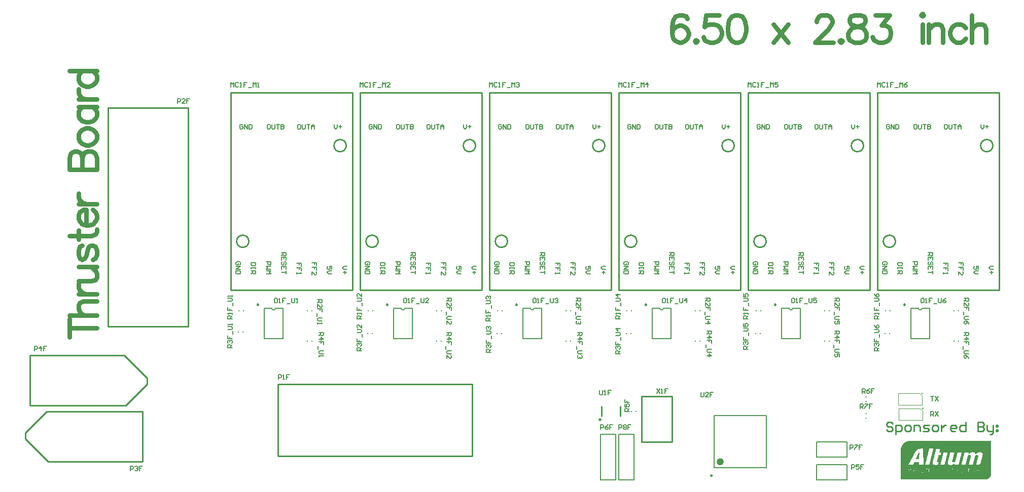
<source format=gto>
G04 Layer_Color=65535*
%FSLAX24Y24*%
%MOIN*%
G70*
G01*
G75*
%ADD19C,0.0100*%
%ADD35C,0.0098*%
%ADD36C,0.0236*%
%ADD37C,0.0079*%
%ADD38C,0.0197*%
%ADD39C,0.0039*%
%ADD40C,0.0010*%
%ADD41C,0.0070*%
%ADD42C,0.0060*%
%ADD43C,0.0300*%
D19*
X58353Y12022D02*
G03*
X58353Y12022I-56J0D01*
G01*
X49853D02*
G03*
X49853Y12022I-56J0D01*
G01*
X41353D02*
G03*
X41353Y12022I-56J0D01*
G01*
X32853D02*
G03*
X32853Y12022I-56J0D01*
G01*
X24353D02*
G03*
X24353Y12022I-56J0D01*
G01*
X15853D02*
G03*
X15853Y12022I-56J0D01*
G01*
X21600Y22500D02*
G03*
X21600Y22500I-400J0D01*
G01*
X15200Y16200D02*
G03*
X15200Y16200I-400J0D01*
G01*
X23700D02*
G03*
X23700Y16200I-400J0D01*
G01*
X30100Y22500D02*
G03*
X30100Y22500I-400J0D01*
G01*
X38600D02*
G03*
X38600Y22500I-400J0D01*
G01*
X32200Y16200D02*
G03*
X32200Y16200I-400J0D01*
G01*
X40700D02*
G03*
X40700Y16200I-400J0D01*
G01*
X47100Y22500D02*
G03*
X47100Y22500I-400J0D01*
G01*
X64100D02*
G03*
X64100Y22500I-400J0D01*
G01*
X57700Y16200D02*
G03*
X57700Y16200I-400J0D01*
G01*
X49200D02*
G03*
X49200Y16200I-400J0D01*
G01*
X55600Y22500D02*
G03*
X55600Y22500I-400J0D01*
G01*
X41000Y6000D02*
X43000D01*
X41000Y3000D02*
Y6000D01*
Y3000D02*
X43000D01*
Y6000D01*
X17122Y2063D02*
X29878D01*
Y6787D01*
X17122D02*
X29878D01*
X17122Y2063D02*
Y6787D01*
X39610Y4685D02*
Y5315D01*
X38390Y4685D02*
Y5315D01*
X800Y5400D02*
Y8700D01*
X7000D01*
X8500Y7200D01*
Y6800D02*
Y7200D01*
X7100Y5400D02*
X8500Y6800D01*
X800Y5400D02*
X7100D01*
X8200Y1700D02*
Y5000D01*
X2000Y1700D02*
X8200D01*
X500Y3200D02*
X2000Y1700D01*
X500Y3200D02*
Y3600D01*
X1900Y5000D01*
X8200D01*
X5951Y10604D02*
X11207D01*
X5951Y25004D02*
X11207D01*
Y10604D02*
Y25004D01*
X5951Y10604D02*
Y25004D01*
X14000Y26000D02*
X22000D01*
X14000Y13000D02*
Y26000D01*
X22000Y13000D02*
Y26000D01*
X14000Y13000D02*
X22000D01*
X22500D02*
X30500D01*
Y26000D01*
X22500Y13000D02*
Y26000D01*
X30500D01*
X31000D02*
X39000D01*
X31000Y13000D02*
Y26000D01*
X39000Y13000D02*
Y26000D01*
X31000Y13000D02*
X39000D01*
X39500D02*
X47500D01*
Y26000D01*
X39500Y13000D02*
Y26000D01*
X47500D01*
X56500D02*
X64500D01*
X56500Y13000D02*
Y26000D01*
X64500Y13000D02*
Y26000D01*
X56500Y13000D02*
X64500D01*
X48000D02*
X56000D01*
Y26000D01*
X48000Y13000D02*
Y26000D01*
X56000D01*
X57500Y4200D02*
X57400Y4300D01*
X57200D01*
X57100Y4200D01*
Y4100D01*
X57200Y4000D01*
X57400D01*
X57500Y3900D01*
Y3800D01*
X57400Y3700D01*
X57200D01*
X57100Y3800D01*
X57700Y3500D02*
Y4100D01*
X58000D01*
X58100Y4000D01*
Y3800D01*
X58000Y3700D01*
X57700D01*
X58400D02*
X58600D01*
X58699Y3800D01*
Y4000D01*
X58600Y4100D01*
X58400D01*
X58300Y4000D01*
Y3800D01*
X58400Y3700D01*
X58899D02*
Y4100D01*
X59199D01*
X59299Y4000D01*
Y3700D01*
X59499D02*
X59799D01*
X59899Y3800D01*
X59799Y3900D01*
X59599D01*
X59499Y4000D01*
X59599Y4100D01*
X59899D01*
X60199Y3700D02*
X60399D01*
X60499Y3800D01*
Y4000D01*
X60399Y4100D01*
X60199D01*
X60099Y4000D01*
Y3800D01*
X60199Y3700D01*
X60699Y4100D02*
Y3700D01*
Y3900D01*
X60799Y4000D01*
X60899Y4100D01*
X60999D01*
X61599Y3700D02*
X61399D01*
X61299Y3800D01*
Y4000D01*
X61399Y4100D01*
X61599D01*
X61699Y4000D01*
Y3900D01*
X61299D01*
X62298Y4300D02*
Y3700D01*
X61998D01*
X61898Y3800D01*
Y4000D01*
X61998Y4100D01*
X62298D01*
X63098Y4300D02*
Y3700D01*
X63398D01*
X63498Y3800D01*
Y3900D01*
X63398Y4000D01*
X63098D01*
X63398D01*
X63498Y4100D01*
Y4200D01*
X63398Y4300D01*
X63098D01*
X63698Y4100D02*
Y3800D01*
X63798Y3700D01*
X64098D01*
Y3600D01*
X63998Y3500D01*
X63898D01*
X64098Y3700D02*
Y4100D01*
X64298D02*
X64398D01*
Y4000D01*
X64298D01*
Y4100D01*
Y3800D02*
X64398D01*
Y3700D01*
X64298D01*
Y3800D01*
D35*
X45650Y776D02*
G03*
X45650Y776I-49J0D01*
G01*
D36*
X46299Y1681D02*
G03*
X46299Y1681I-118J0D01*
G01*
D37*
X59205Y11800D02*
G03*
X59455Y11800I125J0D01*
G01*
X50705D02*
G03*
X50955Y11800I125J0D01*
G01*
X42205D02*
G03*
X42455Y11800I125J0D01*
G01*
X33705D02*
G03*
X33955Y11800I125J0D01*
G01*
X25205D02*
G03*
X25455Y11800I125J0D01*
G01*
X16705D02*
G03*
X16955Y11800I125J0D01*
G01*
X40352Y4980D02*
Y5020D01*
X40648Y4980D02*
Y5020D01*
X39500Y3500D02*
X40500D01*
Y500D02*
Y3500D01*
X39500Y500D02*
X40500D01*
X39500D02*
Y3500D01*
X38300D02*
X39300D01*
Y500D02*
Y3500D01*
X38300Y500D02*
X39300D01*
X38300D02*
Y3500D01*
X45787Y1287D02*
X49213D01*
X45787Y4713D02*
X49213D01*
X45787Y1287D02*
Y4713D01*
X49213Y1287D02*
Y4713D01*
X58724Y9800D02*
Y11800D01*
Y9800D02*
X59937D01*
Y11800D01*
X59455D02*
X59937D01*
X58724D02*
X59205D01*
X50224Y9800D02*
Y11800D01*
Y9800D02*
X51437D01*
Y11800D01*
X50955D02*
X51437D01*
X50224D02*
X50705D01*
X41724Y9800D02*
Y11800D01*
Y9800D02*
X42937D01*
Y11800D01*
X42455D02*
X42937D01*
X41724D02*
X42205D01*
X33224Y9800D02*
Y11800D01*
Y9800D02*
X34437D01*
Y11800D01*
X33955D02*
X34437D01*
X33224D02*
X33705D01*
X24724Y9800D02*
Y11800D01*
Y9800D02*
X25937D01*
Y11800D01*
X25455D02*
X25937D01*
X24724D02*
X25205D01*
X16224Y9800D02*
Y11800D01*
Y9800D02*
X17437D01*
Y11800D01*
X16955D02*
X17437D01*
X16224D02*
X16705D01*
X52500Y2000D02*
X54500D01*
Y3000D01*
X52500D02*
X54500D01*
X52500Y2000D02*
Y3000D01*
Y500D02*
X54500D01*
Y1500D01*
X52500D02*
X54500D01*
X52500Y500D02*
Y1500D01*
X14552Y11630D02*
Y11670D01*
X14848Y11630D02*
Y11670D01*
X23052Y11630D02*
Y11670D01*
X23348Y11630D02*
Y11670D01*
X31552Y11630D02*
Y11670D01*
X31848Y11630D02*
Y11670D01*
X40052Y11630D02*
Y11670D01*
X40348Y11630D02*
Y11670D01*
X48552Y11630D02*
Y11670D01*
X48848Y11630D02*
Y11670D01*
X57052Y11630D02*
Y11670D01*
X57348Y11630D02*
Y11670D01*
X19348Y11630D02*
Y11670D01*
X19052Y11630D02*
Y11670D01*
X27848Y11630D02*
Y11670D01*
X27552Y11630D02*
Y11670D01*
X36348Y11630D02*
Y11670D01*
X36052Y11630D02*
Y11670D01*
X44848Y11630D02*
Y11670D01*
X44552Y11630D02*
Y11670D01*
X53348Y11630D02*
Y11670D01*
X53052Y11630D02*
Y11670D01*
X61848Y11630D02*
Y11670D01*
X61552Y11630D02*
Y11670D01*
X14529Y10219D02*
Y10258D01*
X14824Y10219D02*
Y10258D01*
X23029Y10130D02*
Y10170D01*
X23324Y10130D02*
Y10170D01*
X31529Y10130D02*
Y10170D01*
X31824Y10130D02*
Y10170D01*
X40029Y10130D02*
Y10170D01*
X40324Y10130D02*
Y10170D01*
X48529Y10130D02*
Y10170D01*
X48824Y10130D02*
Y10170D01*
X57029Y10130D02*
Y10170D01*
X57324Y10130D02*
Y10170D01*
X19052Y9630D02*
Y9670D01*
X19348Y9630D02*
Y9670D01*
X27552Y9630D02*
Y9670D01*
X27848Y9630D02*
Y9670D01*
X36052Y9630D02*
Y9670D01*
X36348Y9630D02*
Y9670D01*
X44552Y9630D02*
Y9670D01*
X44848Y9630D02*
Y9670D01*
X53052Y9630D02*
Y9670D01*
X53348Y9630D02*
Y9670D01*
X61552Y9630D02*
Y9670D01*
X61848Y9630D02*
Y9670D01*
X55746Y5948D02*
X55785D01*
X55746Y5652D02*
X55785D01*
X55746Y4848D02*
X55785D01*
X55746Y4552D02*
X55785D01*
D38*
X38291Y4449D02*
G03*
X38291Y4449I-0J0D01*
G01*
D39*
X59538Y5182D02*
G03*
X59538Y5182I-51J0D01*
G01*
X59494Y6182D02*
G03*
X59494Y6182I-51J0D01*
G01*
X59487Y4406D02*
Y5036D01*
X59330Y5194D02*
X59487Y5036D01*
X57913Y5194D02*
X59330D01*
X57913Y4406D02*
X59487D01*
X57913D02*
Y5194D01*
X59443Y5406D02*
Y6036D01*
X59285Y6194D02*
X59443Y6036D01*
X57868Y6194D02*
X59285D01*
X57868Y5406D02*
X59443D01*
X57868D02*
Y6194D01*
D40*
X58590Y3060D02*
X63960D01*
X58530Y3050D02*
X63960D01*
X58500Y3040D02*
X63960D01*
X58470Y3030D02*
X63960D01*
X58440Y3020D02*
X63960D01*
X58420Y3010D02*
X63960D01*
X58400Y3000D02*
X63960D01*
X58380Y2990D02*
X63960D01*
X58360Y2980D02*
X63960D01*
X58340Y2970D02*
X63960D01*
X58330Y2960D02*
X63960D01*
X58310Y2950D02*
X63960D01*
X58300Y2940D02*
X63960D01*
X58290Y2930D02*
X63960D01*
X58280Y2920D02*
X63960D01*
X58260Y2910D02*
X63960D01*
X58250Y2900D02*
X63960D01*
X58240Y2890D02*
X63960D01*
X58230Y2880D02*
X63960D01*
X58220Y2870D02*
X63960D01*
X58210Y2860D02*
X63960D01*
X58210Y2850D02*
X63960D01*
X58200Y2840D02*
X63960D01*
X58190Y2830D02*
X63960D01*
X58180Y2820D02*
X63960D01*
X58170Y2810D02*
X63960D01*
X58170Y2800D02*
X63960D01*
X58160Y2790D02*
X63960D01*
X58150Y2780D02*
X63960D01*
X58140Y2770D02*
X63960D01*
X58140Y2760D02*
X63960D01*
X58130Y2750D02*
X63960D01*
X58130Y2740D02*
X63960D01*
X58120Y2730D02*
X63960D01*
X58110Y2720D02*
X63960D01*
X58110Y2710D02*
X63960D01*
X58110Y2700D02*
X63960D01*
X58100Y2690D02*
X63960D01*
X58100Y2680D02*
X63960D01*
X58090Y2670D02*
X63960D01*
X58090Y2660D02*
X63960D01*
X58080Y2650D02*
X63960D01*
X58080Y2640D02*
X63960D01*
X58080Y2630D02*
X63960D01*
X58070Y2620D02*
X63960D01*
X58070Y2610D02*
X63960D01*
X58070Y2600D02*
X63960D01*
X58070Y2590D02*
X63960D01*
X58060Y2580D02*
X63960D01*
X58060Y2570D02*
X59300D01*
X59510D02*
X59890D01*
X60200D02*
X63960D01*
X58060Y2560D02*
X59240D01*
X59510D02*
X59880D01*
X60190D02*
X60340D01*
X60650D02*
X63960D01*
X58060Y2550D02*
X59210D01*
X59510D02*
X59880D01*
X60190D02*
X60340D01*
X60640D02*
X63960D01*
X58060Y2540D02*
X59180D01*
X59510D02*
X59880D01*
X60190D02*
X60330D01*
X60640D02*
X63960D01*
X58060Y2530D02*
X59160D01*
X59510D02*
X59880D01*
X60190D02*
X60330D01*
X60640D02*
X63960D01*
X58060Y2520D02*
X59140D01*
X59510D02*
X59870D01*
X60180D02*
X60330D01*
X60640D02*
X63960D01*
X58060Y2510D02*
X59120D01*
X59510D02*
X59870D01*
X60180D02*
X60330D01*
X60630D02*
X63960D01*
X58060Y2500D02*
X59110D01*
X59520D02*
X59870D01*
X60180D02*
X60320D01*
X60630D02*
X63960D01*
X58060Y2490D02*
X59090D01*
X59520D02*
X59870D01*
X60180D02*
X60320D01*
X60630D02*
X63960D01*
X58060Y2480D02*
X59080D01*
X59520D02*
X59860D01*
X60170D02*
X60320D01*
X60630D02*
X63960D01*
X58060Y2470D02*
X59070D01*
X59520D02*
X59860D01*
X60170D02*
X60320D01*
X60620D02*
X63960D01*
X58060Y2460D02*
X59060D01*
X59520D02*
X59860D01*
X60170D02*
X60310D01*
X60620D02*
X63960D01*
X58060Y2450D02*
X59050D01*
X59520D02*
X59860D01*
X60170D02*
X60310D01*
X60620D02*
X63960D01*
X58060Y2440D02*
X59040D01*
X59520D02*
X59850D01*
X60160D02*
X60310D01*
X60620D02*
X63960D01*
X58060Y2430D02*
X59030D01*
X59520D02*
X59850D01*
X60160D02*
X60310D01*
X60610D02*
X63960D01*
X58060Y2420D02*
X59020D01*
X59520D02*
X59850D01*
X60160D02*
X60300D01*
X60610D02*
X63960D01*
X58060Y2410D02*
X59010D01*
X59520D02*
X59850D01*
X60160D02*
X60300D01*
X60610D02*
X63960D01*
X58060Y2400D02*
X59000D01*
X59520D02*
X59840D01*
X60150D02*
X60300D01*
X60600D02*
X63960D01*
X58060Y2390D02*
X59000D01*
X59520D02*
X59840D01*
X60150D02*
X60300D01*
X60600D02*
X63960D01*
X58060Y2380D02*
X58990D01*
X59520D02*
X59840D01*
X60150D02*
X60290D01*
X60600D02*
X63960D01*
X58060Y2370D02*
X58980D01*
X59520D02*
X59840D01*
X60150D02*
X60290D01*
X60600D02*
X63960D01*
X58060Y2360D02*
X58980D01*
X59520D02*
X59840D01*
X60140D02*
X60290D01*
X60590D02*
X63960D01*
X58060Y2350D02*
X58970D01*
X59520D02*
X59830D01*
X60140D02*
X60290D01*
X60590D02*
X63960D01*
X58060Y2340D02*
X58970D01*
X59520D02*
X59830D01*
X60140D02*
X60280D01*
X60590D02*
X63960D01*
X58060Y2330D02*
X58960D01*
X59520D02*
X59830D01*
X60140D02*
X60280D01*
X60590D02*
X62710D01*
X62820D02*
X63190D01*
X63290D02*
X63960D01*
X58060Y2320D02*
X58960D01*
X59520D02*
X59830D01*
X60130D02*
X60280D01*
X60580D02*
X62650D01*
X62860D02*
X63130D01*
X63340D02*
X63960D01*
X58060Y2310D02*
X58950D01*
X59520D02*
X59820D01*
X60130D02*
X60280D01*
X60710D02*
X62620D01*
X62890D02*
X63100D01*
X63360D02*
X63960D01*
X58060Y2300D02*
X58950D01*
X59230D02*
X59240D01*
X59520D02*
X59820D01*
X60130D02*
X60270D01*
X60710D02*
X60820D01*
X61130D02*
X61260D01*
X61570D02*
X61740D01*
X62050D02*
X62200D01*
X62510D02*
X62600D01*
X62900D02*
X63080D01*
X63380D02*
X63960D01*
X58060Y2290D02*
X58940D01*
X59230D02*
X59240D01*
X59520D02*
X59820D01*
X60130D02*
X60270D01*
X60700D02*
X60820D01*
X61120D02*
X61260D01*
X61570D02*
X61740D01*
X62050D02*
X62200D01*
X62510D02*
X62580D01*
X62920D02*
X63060D01*
X63400D02*
X63960D01*
X58060Y2280D02*
X58940D01*
X59220D02*
X59240D01*
X59520D02*
X59820D01*
X60120D02*
X60270D01*
X60700D02*
X60810D01*
X61120D02*
X61260D01*
X61570D02*
X61740D01*
X62050D02*
X62200D01*
X62510D02*
X62570D01*
X62930D02*
X63040D01*
X63410D02*
X63960D01*
X58060Y2270D02*
X58930D01*
X59220D02*
X59240D01*
X59520D02*
X59810D01*
X60120D02*
X60270D01*
X60700D02*
X60810D01*
X61120D02*
X61260D01*
X61560D02*
X61740D01*
X62040D02*
X62190D01*
X62500D02*
X62550D01*
X62930D02*
X63020D01*
X63420D02*
X63960D01*
X58060Y2260D02*
X58930D01*
X59210D02*
X59240D01*
X59520D02*
X59810D01*
X60120D02*
X60260D01*
X60700D02*
X60810D01*
X61120D02*
X61250D01*
X61560D02*
X61730D01*
X62040D02*
X62190D01*
X62500D02*
X62540D01*
X62940D02*
X63010D01*
X63420D02*
X63960D01*
X58060Y2250D02*
X58920D01*
X59210D02*
X59240D01*
X59520D02*
X59810D01*
X60110D02*
X60260D01*
X60690D02*
X60810D01*
X61110D02*
X61250D01*
X61560D02*
X61730D01*
X62040D02*
X62190D01*
X62500D02*
X62530D01*
X62950D02*
X63000D01*
X63430D02*
X63960D01*
X58060Y2240D02*
X58910D01*
X59200D02*
X59240D01*
X59530D02*
X59810D01*
X60110D02*
X60260D01*
X60690D02*
X60800D01*
X61110D02*
X61250D01*
X61560D02*
X61730D01*
X62040D02*
X62190D01*
X62500D02*
X62520D01*
X62950D02*
X62990D01*
X63430D02*
X63960D01*
X58060Y2230D02*
X58910D01*
X59200D02*
X59240D01*
X59530D02*
X59800D01*
X60110D02*
X60260D01*
X60690D02*
X60800D01*
X61110D02*
X61250D01*
X61550D02*
X61730D01*
X62030D02*
X62180D01*
X62490D02*
X62510D01*
X62950D02*
X62980D01*
X63430D02*
X63960D01*
X58060Y2220D02*
X58900D01*
X59190D02*
X59240D01*
X59530D02*
X59800D01*
X60110D02*
X60250D01*
X60690D02*
X60800D01*
X61110D02*
X61240D01*
X61550D02*
X61720D01*
X62030D02*
X62180D01*
X62490D02*
X62500D01*
X62960D02*
X62970D01*
X63430D02*
X63960D01*
X58060Y2210D02*
X58900D01*
X59190D02*
X59240D01*
X59530D02*
X59800D01*
X60100D02*
X60250D01*
X60680D02*
X60800D01*
X61100D02*
X61240D01*
X61550D02*
X61720D01*
X62030D02*
X62180D01*
X63440D02*
X63960D01*
X58060Y2200D02*
X58890D01*
X59180D02*
X59240D01*
X59530D02*
X59800D01*
X60100D02*
X60250D01*
X60680D02*
X60790D01*
X61100D02*
X61240D01*
X61550D02*
X61720D01*
X62030D02*
X62180D01*
X63440D02*
X63960D01*
X58060Y2190D02*
X58890D01*
X59180D02*
X59240D01*
X59530D02*
X59790D01*
X60100D02*
X60250D01*
X60680D02*
X60790D01*
X61100D02*
X61240D01*
X61540D02*
X61720D01*
X62020D02*
X62170D01*
X63440D02*
X63960D01*
X58060Y2180D02*
X58880D01*
X59180D02*
X59240D01*
X59530D02*
X59790D01*
X60100D02*
X60240D01*
X60680D02*
X60790D01*
X61100D02*
X61230D01*
X61540D02*
X61710D01*
X62020D02*
X62170D01*
X63440D02*
X63960D01*
X58060Y2170D02*
X58880D01*
X59170D02*
X59240D01*
X59530D02*
X59790D01*
X60090D02*
X60240D01*
X60670D02*
X60790D01*
X61090D02*
X61230D01*
X61540D02*
X61710D01*
X62020D02*
X62170D01*
X63440D02*
X63960D01*
X58060Y2160D02*
X58870D01*
X59170D02*
X59240D01*
X59530D02*
X59790D01*
X60090D02*
X60240D01*
X60670D02*
X60780D01*
X61090D02*
X61230D01*
X61540D02*
X61710D01*
X62020D02*
X62170D01*
X63440D02*
X63960D01*
X58060Y2150D02*
X58870D01*
X59160D02*
X59240D01*
X59530D02*
X59780D01*
X60090D02*
X60240D01*
X60670D02*
X60780D01*
X61090D02*
X61230D01*
X61530D02*
X61710D01*
X62010D02*
X62160D01*
X63430D02*
X63960D01*
X58060Y2140D02*
X58860D01*
X59160D02*
X59240D01*
X59530D02*
X59780D01*
X60090D02*
X60230D01*
X60670D02*
X60780D01*
X61090D02*
X61220D01*
X61530D02*
X61700D01*
X62010D02*
X62160D01*
X63430D02*
X63960D01*
X58060Y2130D02*
X58860D01*
X59150D02*
X59230D01*
X59530D02*
X59780D01*
X60080D02*
X60230D01*
X60660D02*
X60780D01*
X61080D02*
X61220D01*
X61530D02*
X61700D01*
X62010D02*
X62160D01*
X63430D02*
X63960D01*
X58060Y2120D02*
X58850D01*
X59150D02*
X59230D01*
X59530D02*
X59780D01*
X60080D02*
X60230D01*
X60530D02*
X60770D01*
X61080D02*
X61220D01*
X61530D02*
X61700D01*
X62010D02*
X62160D01*
X62510D02*
X62600D01*
X62990D02*
X63080D01*
X63430D02*
X63960D01*
X58060Y2110D02*
X58840D01*
X59140D02*
X59230D01*
X59530D02*
X59770D01*
X60080D02*
X60230D01*
X60530D02*
X60770D01*
X61080D02*
X61220D01*
X61520D02*
X61700D01*
X62000D02*
X62150D01*
X62490D02*
X62610D01*
X62970D02*
X63090D01*
X63430D02*
X63960D01*
X58060Y2100D02*
X58840D01*
X59140D02*
X59230D01*
X59530D02*
X59770D01*
X60080D02*
X60220D01*
X60530D02*
X60770D01*
X61080D02*
X61210D01*
X61520D02*
X61690D01*
X62000D02*
X62150D01*
X62480D02*
X62620D01*
X62960D02*
X63100D01*
X63420D02*
X63960D01*
X58060Y2090D02*
X58830D01*
X59130D02*
X59230D01*
X59530D02*
X59770D01*
X60070D02*
X60220D01*
X60530D02*
X60770D01*
X61070D02*
X61210D01*
X61520D02*
X61690D01*
X62000D02*
X62150D01*
X62470D02*
X62620D01*
X62950D02*
X63100D01*
X63420D02*
X63960D01*
X58060Y2080D02*
X58830D01*
X59130D02*
X59230D01*
X59530D02*
X59770D01*
X60070D02*
X60220D01*
X60520D02*
X60760D01*
X61070D02*
X61210D01*
X61520D02*
X61690D01*
X62000D02*
X62150D01*
X62460D02*
X62620D01*
X62940D02*
X63100D01*
X63420D02*
X63960D01*
X58060Y2070D02*
X58820D01*
X59130D02*
X59230D01*
X59530D02*
X59760D01*
X60070D02*
X60220D01*
X60520D02*
X60760D01*
X61070D02*
X61210D01*
X61510D02*
X61690D01*
X61990D02*
X62140D01*
X62460D02*
X62620D01*
X62940D02*
X63110D01*
X63420D02*
X63960D01*
X58060Y2060D02*
X58820D01*
X59120D02*
X59230D01*
X59530D02*
X59760D01*
X60070D02*
X60210D01*
X60520D02*
X60760D01*
X61070D02*
X61200D01*
X61510D02*
X61680D01*
X61990D02*
X62140D01*
X62450D02*
X62620D01*
X62930D02*
X63100D01*
X63410D02*
X63960D01*
X58060Y2050D02*
X58810D01*
X59120D02*
X59230D01*
X59530D02*
X59760D01*
X60060D02*
X60210D01*
X60520D02*
X60760D01*
X61060D02*
X61200D01*
X61510D02*
X61680D01*
X61990D02*
X62140D01*
X62450D02*
X62620D01*
X62930D02*
X63100D01*
X63410D02*
X63960D01*
X58060Y2040D02*
X58810D01*
X59110D02*
X59230D01*
X59530D02*
X59760D01*
X60060D02*
X60210D01*
X60510D02*
X60750D01*
X61060D02*
X61200D01*
X61510D02*
X61680D01*
X61990D02*
X62140D01*
X62440D02*
X62620D01*
X62930D02*
X63100D01*
X63410D02*
X63960D01*
X58060Y2030D02*
X58800D01*
X59110D02*
X59230D01*
X59530D02*
X59750D01*
X60060D02*
X60210D01*
X60510D02*
X60750D01*
X61060D02*
X61200D01*
X61500D02*
X61680D01*
X61980D02*
X62130D01*
X62440D02*
X62620D01*
X62920D02*
X63100D01*
X63410D02*
X63960D01*
X58060Y2020D02*
X58800D01*
X59100D02*
X59230D01*
X59530D02*
X59750D01*
X60060D02*
X60200D01*
X60510D02*
X60750D01*
X61060D02*
X61190D01*
X61500D02*
X61670D01*
X61980D02*
X62130D01*
X62440D02*
X62610D01*
X62920D02*
X63100D01*
X63400D02*
X63960D01*
X58060Y2010D02*
X58790D01*
X59100D02*
X59230D01*
X59530D02*
X59750D01*
X60050D02*
X60200D01*
X60510D02*
X60750D01*
X61050D02*
X61190D01*
X61500D02*
X61670D01*
X61980D02*
X62130D01*
X62440D02*
X62610D01*
X62920D02*
X63090D01*
X63400D02*
X63960D01*
X58060Y2000D02*
X58790D01*
X59090D02*
X59230D01*
X59530D02*
X59750D01*
X60050D02*
X60200D01*
X60500D02*
X60740D01*
X61050D02*
X61190D01*
X61500D02*
X61670D01*
X61980D02*
X62130D01*
X62430D02*
X62610D01*
X62910D02*
X63090D01*
X63400D02*
X63960D01*
X58060Y1990D02*
X58780D01*
X59090D02*
X59230D01*
X59530D02*
X59740D01*
X60050D02*
X60190D01*
X60500D02*
X60740D01*
X61050D02*
X61190D01*
X61490D02*
X61670D01*
X61970D02*
X62120D01*
X62430D02*
X62610D01*
X62910D02*
X63090D01*
X63400D02*
X63960D01*
X58060Y1980D02*
X58780D01*
X59080D02*
X59230D01*
X59530D02*
X59740D01*
X60050D02*
X60190D01*
X60500D02*
X60740D01*
X61050D02*
X61180D01*
X61490D02*
X61660D01*
X61970D02*
X62120D01*
X62430D02*
X62600D01*
X62910D02*
X63090D01*
X63390D02*
X63960D01*
X58060Y1970D02*
X58770D01*
X59080D02*
X59230D01*
X59540D02*
X59740D01*
X60040D02*
X60190D01*
X60500D02*
X60740D01*
X61040D02*
X61180D01*
X61490D02*
X61660D01*
X61970D02*
X62120D01*
X62430D02*
X62600D01*
X62910D02*
X63080D01*
X63390D02*
X63960D01*
X58060Y1960D02*
X58760D01*
X59070D02*
X59230D01*
X59540D02*
X59740D01*
X60040D02*
X60190D01*
X60490D02*
X60730D01*
X61040D02*
X61180D01*
X61490D02*
X61660D01*
X61970D02*
X62120D01*
X62420D02*
X62600D01*
X62900D02*
X63080D01*
X63390D02*
X63960D01*
X58060Y1950D02*
X58760D01*
X59070D02*
X59220D01*
X59540D02*
X59730D01*
X60040D02*
X60180D01*
X60490D02*
X60730D01*
X61040D02*
X61180D01*
X61480D02*
X61660D01*
X61960D02*
X62110D01*
X62420D02*
X62600D01*
X62900D02*
X63080D01*
X63390D02*
X63960D01*
X58060Y1940D02*
X58750D01*
X59070D02*
X59220D01*
X59540D02*
X59730D01*
X60040D02*
X60180D01*
X60490D02*
X60730D01*
X61040D02*
X61170D01*
X61480D02*
X61650D01*
X61960D02*
X62110D01*
X62420D02*
X62590D01*
X62900D02*
X63080D01*
X63380D02*
X63960D01*
X58060Y1930D02*
X58750D01*
X59060D02*
X59220D01*
X59540D02*
X59730D01*
X60030D02*
X60180D01*
X60490D02*
X60730D01*
X61030D02*
X61170D01*
X61480D02*
X61650D01*
X61960D02*
X62110D01*
X62420D02*
X62590D01*
X62900D02*
X63070D01*
X63380D02*
X63960D01*
X58060Y1920D02*
X58740D01*
X59060D02*
X59220D01*
X59540D02*
X59730D01*
X60030D02*
X60180D01*
X60480D02*
X60720D01*
X61030D02*
X61170D01*
X61480D02*
X61650D01*
X61960D02*
X62110D01*
X62410D02*
X62590D01*
X62890D02*
X63070D01*
X63380D02*
X63960D01*
X58060Y1910D02*
X58740D01*
X59050D02*
X59220D01*
X59540D02*
X59720D01*
X60030D02*
X60170D01*
X60480D02*
X60720D01*
X61030D02*
X61170D01*
X61470D02*
X61650D01*
X61950D02*
X62100D01*
X62410D02*
X62590D01*
X62890D02*
X63070D01*
X63380D02*
X63960D01*
X58060Y1900D02*
X58730D01*
X59050D02*
X59220D01*
X59540D02*
X59720D01*
X60030D02*
X60170D01*
X60480D02*
X60720D01*
X61030D02*
X61160D01*
X61470D02*
X61640D01*
X61950D02*
X62100D01*
X62410D02*
X62580D01*
X62890D02*
X63070D01*
X63370D02*
X63960D01*
X58060Y1890D02*
X58730D01*
X59040D02*
X59220D01*
X59540D02*
X59720D01*
X60020D02*
X60170D01*
X60480D02*
X60720D01*
X61020D02*
X61160D01*
X61470D02*
X61640D01*
X61950D02*
X62100D01*
X62410D02*
X62580D01*
X62890D02*
X63060D01*
X63370D02*
X63960D01*
X58060Y1880D02*
X58720D01*
X59540D02*
X59720D01*
X60020D02*
X60170D01*
X60470D02*
X60710D01*
X61020D02*
X61160D01*
X61470D02*
X61640D01*
X61950D02*
X62100D01*
X62400D02*
X62580D01*
X62880D02*
X63060D01*
X63370D02*
X63960D01*
X58060Y1870D02*
X58720D01*
X59540D02*
X59710D01*
X60020D02*
X60160D01*
X60470D02*
X60710D01*
X61020D02*
X61160D01*
X61460D02*
X61640D01*
X61940D02*
X62090D01*
X62400D02*
X62580D01*
X62880D02*
X63060D01*
X63370D02*
X63960D01*
X58060Y1860D02*
X58710D01*
X59540D02*
X59710D01*
X60020D02*
X60160D01*
X60470D02*
X60710D01*
X61020D02*
X61150D01*
X61460D02*
X61630D01*
X61940D02*
X62090D01*
X62400D02*
X62570D01*
X62880D02*
X63060D01*
X63360D02*
X63960D01*
X58060Y1850D02*
X58710D01*
X59540D02*
X59710D01*
X60010D02*
X60160D01*
X60470D02*
X60710D01*
X61010D02*
X61150D01*
X61460D02*
X61630D01*
X61940D02*
X62090D01*
X62400D02*
X62570D01*
X62880D02*
X63050D01*
X63360D02*
X63960D01*
X58060Y1840D02*
X58700D01*
X59540D02*
X59710D01*
X60010D02*
X60160D01*
X60460D02*
X60700D01*
X61010D02*
X61150D01*
X61460D02*
X61630D01*
X61940D02*
X62090D01*
X62390D02*
X62570D01*
X62870D02*
X63050D01*
X63360D02*
X63960D01*
X58060Y1830D02*
X58690D01*
X59540D02*
X59700D01*
X60010D02*
X60150D01*
X60460D02*
X60700D01*
X61010D02*
X61150D01*
X61450D02*
X61630D01*
X61930D02*
X62080D01*
X62390D02*
X62570D01*
X62870D02*
X63050D01*
X63360D02*
X63960D01*
X58060Y1820D02*
X58690D01*
X59540D02*
X59700D01*
X60010D02*
X60150D01*
X60460D02*
X60700D01*
X61010D02*
X61140D01*
X61450D02*
X61620D01*
X61930D02*
X62080D01*
X62390D02*
X62560D01*
X62870D02*
X63050D01*
X63350D02*
X63960D01*
X58060Y1810D02*
X58680D01*
X59540D02*
X59700D01*
X60000D02*
X60150D01*
X60460D02*
X60700D01*
X61000D02*
X61140D01*
X61450D02*
X61620D01*
X61930D02*
X62080D01*
X62390D02*
X62560D01*
X62870D02*
X63040D01*
X63350D02*
X63960D01*
X58060Y1800D02*
X58680D01*
X59540D02*
X59700D01*
X60000D02*
X60150D01*
X60450D02*
X60690D01*
X61000D02*
X61140D01*
X61450D02*
X61620D01*
X61930D02*
X62080D01*
X62380D02*
X62560D01*
X62860D02*
X63040D01*
X63350D02*
X63960D01*
X58060Y1790D02*
X58670D01*
X59540D02*
X59690D01*
X60000D02*
X60140D01*
X60450D02*
X60690D01*
X61000D02*
X61140D01*
X61440D02*
X61620D01*
X61920D02*
X62070D01*
X62380D02*
X62560D01*
X62860D02*
X63040D01*
X63350D02*
X63960D01*
X58060Y1780D02*
X58670D01*
X59540D02*
X59690D01*
X60000D02*
X60140D01*
X60450D02*
X60690D01*
X61000D02*
X61130D01*
X61440D02*
X61610D01*
X61920D02*
X62070D01*
X62380D02*
X62550D01*
X62860D02*
X63040D01*
X63340D02*
X63960D01*
X58060Y1770D02*
X58660D01*
X59540D02*
X59690D01*
X59990D02*
X60140D01*
X60450D02*
X60690D01*
X60990D02*
X61130D01*
X61440D02*
X61610D01*
X61920D02*
X62070D01*
X62380D02*
X62550D01*
X62860D02*
X63030D01*
X63340D02*
X63960D01*
X58060Y1760D02*
X58660D01*
X59540D02*
X59690D01*
X59990D02*
X60140D01*
X60440D02*
X60680D01*
X60990D02*
X61130D01*
X61440D02*
X61610D01*
X61920D02*
X62070D01*
X62370D02*
X62550D01*
X62850D02*
X63030D01*
X63340D02*
X63960D01*
X58060Y1750D02*
X58650D01*
X59540D02*
X59680D01*
X59990D02*
X60130D01*
X60440D02*
X60680D01*
X60990D02*
X61130D01*
X61430D02*
X61610D01*
X61910D02*
X62060D01*
X62370D02*
X62550D01*
X62850D02*
X63030D01*
X63340D02*
X63960D01*
X58060Y1740D02*
X58650D01*
X59540D02*
X59680D01*
X59990D02*
X60130D01*
X60440D02*
X60680D01*
X60990D02*
X61120D01*
X61430D02*
X61600D01*
X61910D02*
X62060D01*
X62370D02*
X62540D01*
X62850D02*
X63030D01*
X63330D02*
X63960D01*
X58060Y1730D02*
X58640D01*
X59540D02*
X59680D01*
X59980D02*
X60130D01*
X60440D02*
X60680D01*
X60980D02*
X61120D01*
X61430D02*
X61600D01*
X61910D02*
X62060D01*
X62370D02*
X62540D01*
X62850D02*
X63020D01*
X63330D02*
X63960D01*
X58060Y1720D02*
X58640D01*
X59540D02*
X59680D01*
X59980D02*
X60130D01*
X60440D02*
X60670D01*
X60980D02*
X61120D01*
X61430D02*
X61590D01*
X61910D02*
X62060D01*
X62360D02*
X62540D01*
X62840D02*
X63020D01*
X63330D02*
X63960D01*
X58060Y1710D02*
X58630D01*
X59550D02*
X59670D01*
X59980D02*
X60120D01*
X60430D02*
X60670D01*
X60980D02*
X61120D01*
X61430D02*
X61590D01*
X61900D02*
X62050D01*
X62360D02*
X62540D01*
X62840D02*
X63020D01*
X63330D02*
X63960D01*
X58060Y1700D02*
X58630D01*
X59550D02*
X59670D01*
X59980D02*
X60120D01*
X60440D02*
X60670D01*
X60980D02*
X61110D01*
X61440D02*
X61580D01*
X61900D02*
X62050D01*
X62360D02*
X62530D01*
X62840D02*
X63020D01*
X63320D02*
X63960D01*
X58060Y1690D02*
X58620D01*
X59550D02*
X59670D01*
X59970D02*
X60120D01*
X60440D02*
X60670D01*
X60970D02*
X61110D01*
X61440D02*
X61570D01*
X61900D02*
X62050D01*
X62360D02*
X62530D01*
X62840D02*
X63010D01*
X63320D02*
X63960D01*
X58060Y1680D02*
X58610D01*
X59550D02*
X59670D01*
X59970D02*
X60120D01*
X60450D02*
X60660D01*
X60970D02*
X61110D01*
X61450D02*
X61550D01*
X61900D02*
X62050D01*
X62350D02*
X62530D01*
X62830D02*
X63010D01*
X63320D02*
X63960D01*
X58060Y1670D02*
X58610D01*
X58950D02*
X59210D01*
X59550D02*
X59660D01*
X59970D02*
X60110D01*
X60550D02*
X60660D01*
X60970D02*
X61110D01*
X61890D02*
X62040D01*
X62350D02*
X62530D01*
X62830D02*
X63010D01*
X63320D02*
X63960D01*
X58060Y1660D02*
X58600D01*
X58940D02*
X59210D01*
X59550D02*
X59660D01*
X59970D02*
X60110D01*
X60550D02*
X60660D01*
X60970D02*
X61100D01*
X61890D02*
X62040D01*
X62350D02*
X62520D01*
X62830D02*
X63010D01*
X63310D02*
X63960D01*
X58060Y1650D02*
X58600D01*
X58940D02*
X59210D01*
X59550D02*
X59660D01*
X59960D02*
X60110D01*
X60540D02*
X60660D01*
X60960D02*
X61100D01*
X61890D02*
X62040D01*
X62350D02*
X62520D01*
X62830D02*
X63000D01*
X63310D02*
X63960D01*
X58060Y1640D02*
X58590D01*
X58930D02*
X59210D01*
X59550D02*
X59660D01*
X59960D02*
X60110D01*
X60540D02*
X60650D01*
X60960D02*
X61100D01*
X61890D02*
X62040D01*
X62340D02*
X62520D01*
X62820D02*
X63000D01*
X63310D02*
X63960D01*
X58060Y1630D02*
X58590D01*
X58930D02*
X59210D01*
X59550D02*
X59650D01*
X59960D02*
X60110D01*
X60540D02*
X60650D01*
X60960D02*
X61100D01*
X61880D02*
X62030D01*
X62340D02*
X62520D01*
X62820D02*
X63000D01*
X63310D02*
X63960D01*
X58060Y1620D02*
X58580D01*
X58920D02*
X59210D01*
X59550D02*
X59650D01*
X59960D02*
X60110D01*
X60540D02*
X60650D01*
X60960D02*
X61100D01*
X61880D02*
X62030D01*
X62340D02*
X62510D01*
X62820D02*
X63000D01*
X63300D02*
X63960D01*
X58060Y1610D02*
X58580D01*
X58920D02*
X59210D01*
X59550D02*
X59650D01*
X59950D02*
X60110D01*
X60530D02*
X60650D01*
X60950D02*
X61100D01*
X61880D02*
X62030D01*
X62340D02*
X62510D01*
X62820D02*
X62990D01*
X63300D02*
X63960D01*
X58060Y1600D02*
X58570D01*
X58910D02*
X59210D01*
X59550D02*
X59650D01*
X59950D02*
X60110D01*
X60530D02*
X60640D01*
X60950D02*
X61100D01*
X61880D02*
X62030D01*
X62330D02*
X62510D01*
X62810D02*
X62990D01*
X63290D02*
X63960D01*
X58060Y1590D02*
X58570D01*
X58910D02*
X59210D01*
X59550D02*
X59640D01*
X59950D02*
X60110D01*
X60530D02*
X60640D01*
X60950D02*
X61100D01*
X61870D02*
X62020D01*
X62330D02*
X62510D01*
X62810D02*
X62990D01*
X63290D02*
X63960D01*
X58060Y1580D02*
X58560D01*
X58910D02*
X59200D01*
X59550D02*
X59640D01*
X59950D02*
X60110D01*
X60530D02*
X60640D01*
X60950D02*
X61100D01*
X61870D02*
X62020D01*
X62330D02*
X62500D01*
X62810D02*
X62990D01*
X63280D02*
X63960D01*
X58060Y1570D02*
X58560D01*
X58900D02*
X59200D01*
X59550D02*
X59640D01*
X59940D02*
X60110D01*
X60520D02*
X60640D01*
X60940D02*
X61110D01*
X61550D02*
X61560D01*
X61870D02*
X62020D01*
X62330D02*
X62500D01*
X62810D02*
X62980D01*
X63270D02*
X63370D01*
X63440D02*
X63450D01*
X63480D02*
X63530D01*
X63550D02*
X63960D01*
X58060Y1560D02*
X58550D01*
X58900D02*
X59200D01*
X59550D02*
X59640D01*
X59940D02*
X60110D01*
X60520D02*
X60630D01*
X60940D02*
X61110D01*
X61540D02*
X61560D01*
X61870D02*
X62020D01*
X62320D02*
X62500D01*
X62800D02*
X62980D01*
X63270D02*
X63390D01*
X63410D02*
X63450D01*
X63480D02*
X63520D01*
X63550D02*
X63960D01*
X58060Y1550D02*
X58540D01*
X58890D02*
X59200D01*
X59550D02*
X59630D01*
X59940D02*
X60110D01*
X60520D02*
X60630D01*
X60940D02*
X61110D01*
X61530D02*
X61560D01*
X61860D02*
X62010D01*
X62320D02*
X62500D01*
X62800D02*
X62980D01*
X63260D02*
X63390D01*
X63410D02*
X63450D01*
X63490D02*
X63520D01*
X63550D02*
X63960D01*
X58060Y1540D02*
X58540D01*
X58890D02*
X59200D01*
X59550D02*
X59630D01*
X59940D02*
X60120D01*
X60520D02*
X60630D01*
X60940D02*
X61120D01*
X61520D02*
X61560D01*
X61860D02*
X62010D01*
X62320D02*
X62490D01*
X62800D02*
X62980D01*
X63250D02*
X63390D01*
X63410D02*
X63450D01*
X63490D02*
X63520D01*
X63530D02*
X63540D01*
X63550D02*
X63960D01*
X58060Y1530D02*
X58530D01*
X58880D02*
X59200D01*
X59550D02*
X59630D01*
X59930D02*
X60120D01*
X60510D02*
X60630D01*
X60930D02*
X61120D01*
X61510D02*
X61550D01*
X61860D02*
X62010D01*
X62320D02*
X62490D01*
X62800D02*
X62970D01*
X63230D02*
X63390D01*
X63410D02*
X63450D01*
X63470D02*
X63480D01*
X63490D02*
X63510D01*
X63530D02*
X63540D01*
X63550D02*
X63960D01*
X58060Y1520D02*
X58530D01*
X58880D02*
X59200D01*
X59550D02*
X59630D01*
X59930D02*
X60130D01*
X60510D02*
X60620D01*
X60930D02*
X61130D01*
X61490D02*
X61550D01*
X61860D02*
X62010D01*
X62310D02*
X62490D01*
X62790D02*
X62970D01*
X63220D02*
X63390D01*
X63410D02*
X63450D01*
X63470D02*
X63480D01*
X63500D02*
X63510D01*
X63520D02*
X63540D01*
X63550D02*
X63960D01*
X58060Y1510D02*
X58520D01*
X58880D02*
X59200D01*
X59550D02*
X59620D01*
X59930D02*
X60150D01*
X60510D02*
X60620D01*
X60930D02*
X61140D01*
X61480D02*
X61550D01*
X61850D02*
X62000D01*
X62310D02*
X62490D01*
X62790D02*
X62970D01*
X63200D02*
X63390D01*
X63410D02*
X63450D01*
X63470D02*
X63490D01*
X63520D02*
X63540D01*
X63550D02*
X63960D01*
X58060Y1500D02*
X58520D01*
X58870D02*
X59200D01*
X59550D02*
X59620D01*
X59930D02*
X60170D01*
X60510D02*
X60620D01*
X60930D02*
X61160D01*
X61460D02*
X61550D01*
X61850D02*
X62000D01*
X62310D02*
X62480D01*
X62790D02*
X62970D01*
X63180D02*
X63390D01*
X63410D02*
X63450D01*
X63470D02*
X63490D01*
X63520D02*
X63540D01*
X63550D02*
X63960D01*
X58060Y1490D02*
X58510D01*
X58870D02*
X59200D01*
X59550D02*
X59620D01*
X59920D02*
X60200D01*
X60500D02*
X60620D01*
X60920D02*
X61180D01*
X61440D02*
X61540D01*
X61850D02*
X62000D01*
X62310D02*
X62480D01*
X62790D02*
X62960D01*
X63140D02*
X63390D01*
X63410D02*
X63450D01*
X63470D02*
X63490D01*
X63510D02*
X63540D01*
X63550D02*
X63960D01*
X58060Y1480D02*
X60290D01*
X60410D02*
X61200D01*
X61410D02*
X63960D01*
X58060Y1470D02*
X61250D01*
X61360D02*
X63960D01*
X58060Y1460D02*
X63960D01*
X58060Y1450D02*
X63960D01*
X58060Y1440D02*
X63960D01*
X58060Y1430D02*
X63960D01*
X58060Y1420D02*
X63960D01*
X58060Y1410D02*
X63960D01*
X58060Y1400D02*
X63960D01*
X58060Y1390D02*
X63960D01*
X58060Y1380D02*
X63960D01*
X58060Y1370D02*
X63960D01*
X58060Y1360D02*
X63960D01*
X58060Y1350D02*
X63960D01*
X58060Y1340D02*
X63960D01*
X58060Y1330D02*
X63960D01*
X58060Y1320D02*
X63960D01*
X58060Y1310D02*
X63960D01*
X58060Y1300D02*
X63960D01*
X58060Y1290D02*
X63960D01*
X58060Y1280D02*
X63960D01*
X58060Y1270D02*
X63960D01*
X58060Y1260D02*
X63960D01*
X58060Y1250D02*
X58950D01*
X58990D02*
X59860D01*
X59900D02*
X63370D01*
X63440D02*
X63450D01*
X63480D02*
X63530D01*
X63550D02*
X63960D01*
X58060Y1240D02*
X58950D01*
X58990D02*
X59120D01*
X59160D02*
X59860D01*
X59900D02*
X60890D01*
X60930D02*
X61900D01*
X61940D02*
X62950D01*
X62990D02*
X63400D01*
X63410D02*
X63450D01*
X63480D02*
X63520D01*
X63550D02*
X63960D01*
X58060Y1230D02*
X58500D01*
X58560D02*
X58650D01*
X58720D02*
X58950D01*
X58990D02*
X59120D01*
X59160D02*
X59690D01*
X59810D02*
X59860D01*
X59900D02*
X60890D01*
X60930D02*
X61370D01*
X61470D02*
X61900D01*
X61940D02*
X62460D01*
X62580D02*
X62950D01*
X62990D02*
X63400D01*
X63410D02*
X63450D01*
X63490D02*
X63520D01*
X63550D02*
X63960D01*
X58060Y1220D02*
X58500D01*
X58570D02*
X58650D01*
X58720D02*
X58950D01*
X58990D02*
X59120D01*
X59160D02*
X59690D01*
X59810D02*
X59860D01*
X59900D02*
X60300D01*
X60320D02*
X60890D01*
X60930D02*
X61370D01*
X61500D02*
X61900D01*
X61940D02*
X62460D01*
X62580D02*
X62950D01*
X62990D02*
X63400D01*
X63410D02*
X63450D01*
X63490D02*
X63510D01*
X63530D02*
X63540D01*
X63550D02*
X63960D01*
X58060Y1210D02*
X58500D01*
X58570D02*
X58650D01*
X58720D02*
X58950D01*
X58990D02*
X59690D01*
X59810D02*
X59860D01*
X59900D02*
X60280D01*
X60320D02*
X61370D01*
X61510D02*
X62460D01*
X62580D02*
X63400D01*
X63410D02*
X63450D01*
X63470D02*
X63480D01*
X63500D02*
X63510D01*
X63530D02*
X63540D01*
X63550D02*
X63960D01*
X58060Y1200D02*
X58500D01*
X58570D02*
X58640D01*
X58720D02*
X58950D01*
X58990D02*
X59690D01*
X59730D02*
X59860D01*
X59900D02*
X60280D01*
X60320D02*
X61370D01*
X61410D02*
X61450D01*
X61520D02*
X62460D01*
X62510D02*
X63400D01*
X63410D02*
X63450D01*
X63470D02*
X63480D01*
X63520D02*
X63540D01*
X63550D02*
X63960D01*
X58060Y1190D02*
X58500D01*
X58580D02*
X58640D01*
X58720D02*
X58950D01*
X58990D02*
X59690D01*
X59730D02*
X59860D01*
X59900D02*
X60280D01*
X60320D02*
X61370D01*
X61410D02*
X61470D01*
X61520D02*
X62460D01*
X62510D02*
X63400D01*
X63410D02*
X63450D01*
X63470D02*
X63490D01*
X63520D02*
X63540D01*
X63550D02*
X63960D01*
X58060Y1180D02*
X58500D01*
X58580D02*
X58640D01*
X58720D02*
X58790D01*
X58880D02*
X58950D01*
X58990D02*
X59030D01*
X59080D02*
X59120D01*
X59160D02*
X59220D01*
X59250D02*
X59270D01*
X59330D02*
X59430D01*
X59490D02*
X59500D01*
X59540D02*
X59690D01*
X59730D02*
X59860D01*
X59900D02*
X59980D01*
X60050D02*
X60160D01*
X60230D02*
X60250D01*
X60350D02*
X60400D01*
X60430D02*
X60450D01*
X60480D02*
X60550D01*
X60620D02*
X60700D01*
X60740D02*
X60760D01*
X60820D02*
X60890D01*
X60930D02*
X61010D01*
X61090D02*
X61140D01*
X61220D02*
X61370D01*
X61410D02*
X61480D01*
X61530D02*
X61610D01*
X61680D02*
X61770D01*
X61850D02*
X61900D01*
X61940D02*
X62010D01*
X62070D02*
X62090D01*
X62130D02*
X62180D01*
X62220D02*
X62230D01*
X62290D02*
X62460D01*
X62510D02*
X62650D01*
X62730D02*
X62820D01*
X62900D02*
X62950D01*
X62990D02*
X63070D01*
X63140D02*
X63220D01*
X63250D02*
X63270D01*
X63300D02*
X63400D01*
X63410D02*
X63450D01*
X63470D02*
X63490D01*
X63510D02*
X63540D01*
X63550D02*
X63960D01*
X58060Y1170D02*
X58500D01*
X58580D02*
X58630D01*
X58670D02*
X58680D01*
X58720D02*
X58780D01*
X58890D02*
X58950D01*
X58990D02*
X59020D01*
X59070D02*
X59120D01*
X59160D02*
X59220D01*
X59340D02*
X59420D01*
X59540D02*
X59690D01*
X59730D02*
X59860D01*
X59900D02*
X59970D01*
X60060D02*
X60140D01*
X60230D02*
X60250D01*
X60350D02*
X60400D01*
X60430D02*
X60440D01*
X60480D02*
X60530D01*
X60640D02*
X60700D01*
X60830D02*
X60890D01*
X60930D02*
X61000D01*
X61080D02*
X61130D01*
X61220D02*
X61370D01*
X61410D02*
X61480D01*
X61530D02*
X61590D01*
X61690D02*
X61760D01*
X61850D02*
X61900D01*
X61940D02*
X62000D01*
X62130D02*
X62180D01*
X62300D02*
X62460D01*
X62510D02*
X62640D01*
X62740D02*
X62810D01*
X62900D02*
X62950D01*
X62990D02*
X63060D01*
X63150D02*
X63220D01*
X63250D02*
X63260D01*
X63300D02*
X63960D01*
X58060Y1160D02*
X58500D01*
X58540D02*
X58550D01*
X58590D02*
X58630D01*
X58670D02*
X58680D01*
X58720D02*
X58780D01*
X58890D02*
X58950D01*
X58990D02*
X59020D01*
X59060D02*
X59120D01*
X59160D02*
X59220D01*
X59350D02*
X59410D01*
X59540D02*
X59690D01*
X59730D02*
X59860D01*
X59900D02*
X59960D01*
X60070D02*
X60130D01*
X60230D02*
X60250D01*
X60350D02*
X60400D01*
X60480D02*
X60520D01*
X60640D02*
X60700D01*
X60830D02*
X60890D01*
X60930D02*
X60990D01*
X61080D02*
X61120D01*
X61220D02*
X61370D01*
X61410D02*
X61490D01*
X61530D02*
X61590D01*
X61700D02*
X61750D01*
X61840D02*
X61900D01*
X61940D02*
X61990D01*
X62130D02*
X62180D01*
X62310D02*
X62460D01*
X62510D02*
X62640D01*
X62750D02*
X62800D01*
X62900D02*
X62950D01*
X62990D02*
X63050D01*
X63160D02*
X63220D01*
X63300D02*
X63960D01*
X58060Y1150D02*
X58500D01*
X58540D02*
X58550D01*
X58590D02*
X58630D01*
X58670D02*
X58680D01*
X58720D02*
X58780D01*
X58800D02*
X58860D01*
X58900D02*
X58950D01*
X58990D02*
X59010D01*
X59050D02*
X59120D01*
X59160D02*
X59220D01*
X59270D02*
X59310D01*
X59350D02*
X59400D01*
X59450D02*
X59490D01*
X59540D02*
X59690D01*
X59800D02*
X59860D01*
X59900D02*
X59950D01*
X59990D02*
X60040D01*
X60080D02*
X60130D01*
X60180D02*
X60280D01*
X60320D02*
X60400D01*
X60480D02*
X60510D01*
X60560D02*
X60600D01*
X60650D02*
X60700D01*
X60760D02*
X60790D01*
X60840D02*
X60890D01*
X60930D02*
X60980D01*
X61030D02*
X61120D01*
X61160D02*
X61370D01*
X61410D02*
X61490D01*
X61540D02*
X61580D01*
X61620D02*
X61670D01*
X61700D02*
X61750D01*
X61790D02*
X61900D01*
X61940D02*
X61990D01*
X62040D02*
X62070D01*
X62130D02*
X62180D01*
X62230D02*
X62270D01*
X62310D02*
X62460D01*
X62580D02*
X62640D01*
X62660D02*
X62710D01*
X62750D02*
X62800D01*
X62840D02*
X62950D01*
X62990D02*
X63040D01*
X63080D02*
X63130D01*
X63160D02*
X63220D01*
X63300D02*
X63960D01*
X58060Y1140D02*
X58500D01*
X58540D02*
X58560D01*
X58590D02*
X58630D01*
X58660D02*
X58680D01*
X58720D02*
X58860D01*
X58900D02*
X58950D01*
X58990D02*
X59000D01*
X59050D02*
X59120D01*
X59160D02*
X59220D01*
X59260D02*
X59310D01*
X59350D02*
X59400D01*
X59440D02*
X59500D01*
X59540D02*
X59690D01*
X59800D02*
X59860D01*
X59900D02*
X59950D01*
X59990D02*
X60040D01*
X60080D02*
X60120D01*
X60170D02*
X60280D01*
X60320D02*
X60400D01*
X60440D02*
X60510D01*
X60550D02*
X60610D01*
X60660D02*
X60700D01*
X60750D02*
X60800D01*
X60840D02*
X60890D01*
X60930D02*
X60980D01*
X61030D02*
X61120D01*
X61160D02*
X61370D01*
X61410D02*
X61490D01*
X61540D02*
X61580D01*
X61610D02*
X61670D01*
X61710D02*
X61750D01*
X61790D02*
X61900D01*
X61940D02*
X61980D01*
X62030D02*
X62080D01*
X62130D02*
X62180D01*
X62230D02*
X62270D01*
X62310D02*
X62460D01*
X62580D02*
X62720D01*
X62760D02*
X62800D01*
X62840D02*
X62950D01*
X62990D02*
X63040D01*
X63070D02*
X63130D01*
X63170D02*
X63220D01*
X63270D02*
X63960D01*
X58060Y1130D02*
X58500D01*
X58540D02*
X58560D01*
X58600D02*
X58620D01*
X58660D02*
X58680D01*
X58720D02*
X58860D01*
X58900D02*
X58950D01*
X59040D02*
X59120D01*
X59160D02*
X59220D01*
X59260D02*
X59310D01*
X59350D02*
X59400D01*
X59440D02*
X59500D01*
X59540D02*
X59690D01*
X59800D02*
X59860D01*
X59900D02*
X59950D01*
X59980D02*
X60050D01*
X60080D02*
X60120D01*
X60160D02*
X60280D01*
X60320D02*
X60400D01*
X60440D02*
X60510D01*
X60550D02*
X60620D01*
X60660D02*
X60700D01*
X60750D02*
X60800D01*
X60840D02*
X60890D01*
X60930D02*
X60980D01*
X61020D02*
X61120D01*
X61170D02*
X61370D01*
X61410D02*
X61490D01*
X61540D02*
X61570D01*
X61610D02*
X61670D01*
X61710D02*
X61750D01*
X61800D02*
X61900D01*
X61940D02*
X61980D01*
X62020D02*
X62080D01*
X62130D02*
X62180D01*
X62220D02*
X62270D01*
X62310D02*
X62460D01*
X62580D02*
X62720D01*
X62760D02*
X62800D01*
X62850D02*
X62950D01*
X62990D02*
X63030D01*
X63070D02*
X63130D01*
X63170D02*
X63220D01*
X63260D02*
X63960D01*
X58060Y1120D02*
X58500D01*
X58540D02*
X58560D01*
X58600D02*
X58620D01*
X58660D02*
X58680D01*
X58720D02*
X58790D01*
X58900D02*
X58950D01*
X59030D02*
X59120D01*
X59160D02*
X59220D01*
X59260D02*
X59310D01*
X59350D02*
X59400D01*
X59440D02*
X59500D01*
X59540D02*
X59690D01*
X59730D02*
X59860D01*
X59900D02*
X59950D01*
X60080D02*
X60120D01*
X60160D02*
X60280D01*
X60320D02*
X60400D01*
X60440D02*
X60510D01*
X60550D02*
X60620D01*
X60660D02*
X60700D01*
X60740D02*
X60800D01*
X60840D02*
X60890D01*
X60930D02*
X60980D01*
X61020D02*
X61120D01*
X61200D02*
X61370D01*
X61410D02*
X61490D01*
X61540D02*
X61570D01*
X61710D02*
X61750D01*
X61830D02*
X61900D01*
X61940D02*
X61980D01*
X62020D02*
X62090D01*
X62130D02*
X62180D01*
X62220D02*
X62280D01*
X62310D02*
X62460D01*
X62510D02*
X62650D01*
X62760D02*
X62800D01*
X62880D02*
X62950D01*
X62990D02*
X63030D01*
X63170D02*
X63220D01*
X63260D02*
X63960D01*
X58060Y1110D02*
X58500D01*
X58540D02*
X58560D01*
X58600D02*
X58620D01*
X58650D02*
X58680D01*
X58720D02*
X58780D01*
X58900D02*
X58950D01*
X59030D02*
X59120D01*
X59160D02*
X59220D01*
X59260D02*
X59310D01*
X59350D02*
X59400D01*
X59440D02*
X59500D01*
X59540D02*
X59690D01*
X59730D02*
X59860D01*
X59900D02*
X59950D01*
X60080D02*
X60120D01*
X60160D02*
X60280D01*
X60320D02*
X60400D01*
X60440D02*
X60510D01*
X60550D02*
X60620D01*
X60660D02*
X60700D01*
X60740D02*
X60800D01*
X60840D02*
X60890D01*
X60930D02*
X60980D01*
X61020D02*
X61130D01*
X61220D02*
X61370D01*
X61410D02*
X61490D01*
X61530D02*
X61570D01*
X61710D02*
X61760D01*
X61840D02*
X61900D01*
X61940D02*
X61980D01*
X62020D02*
X62090D01*
X62130D02*
X62180D01*
X62220D02*
X62280D01*
X62310D02*
X62460D01*
X62510D02*
X62640D01*
X62760D02*
X62810D01*
X62900D02*
X62950D01*
X62990D02*
X63030D01*
X63170D02*
X63220D01*
X63260D02*
X63960D01*
X58060Y1100D02*
X58500D01*
X58540D02*
X58570D01*
X58600D02*
X58610D01*
X58650D02*
X58680D01*
X58720D02*
X58770D01*
X58820D02*
X58860D01*
X58900D02*
X58950D01*
X59040D02*
X59120D01*
X59160D02*
X59220D01*
X59260D02*
X59310D01*
X59350D02*
X59400D01*
X59440D02*
X59500D01*
X59540D02*
X59690D01*
X59730D02*
X59860D01*
X59900D02*
X59950D01*
X60080D02*
X60120D01*
X60160D02*
X60280D01*
X60320D02*
X60400D01*
X60430D02*
X60510D01*
X60550D02*
X60620D01*
X60660D02*
X60700D01*
X60740D02*
X60800D01*
X60840D02*
X60890D01*
X60930D02*
X60980D01*
X61020D02*
X61150D01*
X61220D02*
X61370D01*
X61410D02*
X61480D01*
X61530D02*
X61570D01*
X61710D02*
X61780D01*
X61850D02*
X61900D01*
X61940D02*
X61980D01*
X62020D02*
X62090D01*
X62130D02*
X62180D01*
X62220D02*
X62280D01*
X62310D02*
X62460D01*
X62510D02*
X62630D01*
X62680D02*
X62720D01*
X62760D02*
X62840D01*
X62900D02*
X62950D01*
X62990D02*
X63030D01*
X63170D02*
X63220D01*
X63260D02*
X63960D01*
X58060Y1090D02*
X58500D01*
X58540D02*
X58570D01*
X58650D02*
X58680D01*
X58720D02*
X58770D01*
X58810D02*
X58860D01*
X58900D02*
X58950D01*
X58990D02*
X59000D01*
X59050D02*
X59120D01*
X59160D02*
X59220D01*
X59260D02*
X59310D01*
X59350D02*
X59400D01*
X59440D02*
X59500D01*
X59540D02*
X59690D01*
X59730D02*
X59860D01*
X59900D02*
X59950D01*
X59980D02*
X60120D01*
X60160D02*
X60280D01*
X60320D02*
X60400D01*
X60430D02*
X60510D01*
X60550D02*
X60620D01*
X60660D02*
X60700D01*
X60740D02*
X60800D01*
X60840D02*
X60890D01*
X60930D02*
X60980D01*
X61020D02*
X61180D01*
X61220D02*
X61370D01*
X61410D02*
X61480D01*
X61530D02*
X61570D01*
X61610D02*
X61810D01*
X61850D02*
X61900D01*
X61940D02*
X61980D01*
X62030D02*
X62080D01*
X62130D02*
X62180D01*
X62220D02*
X62280D01*
X62310D02*
X62460D01*
X62510D02*
X62630D01*
X62670D02*
X62720D01*
X62760D02*
X62860D01*
X62900D02*
X62950D01*
X62990D02*
X63030D01*
X63070D02*
X63220D01*
X63260D02*
X63960D01*
X58060Y1080D02*
X58500D01*
X58540D02*
X58570D01*
X58640D02*
X58680D01*
X58720D02*
X58770D01*
X58810D02*
X58860D01*
X58900D02*
X58950D01*
X58990D02*
X59010D01*
X59060D02*
X59120D01*
X59160D02*
X59220D01*
X59260D02*
X59310D01*
X59350D02*
X59400D01*
X59450D02*
X59490D01*
X59540D02*
X59690D01*
X59730D02*
X59860D01*
X59900D02*
X59950D01*
X59990D02*
X60120D01*
X60170D02*
X60280D01*
X60320D02*
X60400D01*
X60430D02*
X60510D01*
X60550D02*
X60610D01*
X60660D02*
X60700D01*
X60740D02*
X60800D01*
X60840D02*
X60890D01*
X60930D02*
X60980D01*
X61030D02*
X61180D01*
X61220D02*
X61370D01*
X61410D02*
X61460D01*
X61520D02*
X61580D01*
X61620D02*
X61810D01*
X61850D02*
X61900D01*
X61940D02*
X61980D01*
X62030D02*
X62080D01*
X62130D02*
X62180D01*
X62220D02*
X62280D01*
X62310D02*
X62460D01*
X62510D02*
X62630D01*
X62660D02*
X62720D01*
X62760D02*
X62860D01*
X62910D02*
X62950D01*
X62990D02*
X63040D01*
X63080D02*
X63220D01*
X63260D02*
X63960D01*
X58060Y1070D02*
X58500D01*
X58540D02*
X58580D01*
X58640D02*
X58680D01*
X58720D02*
X58770D01*
X58810D02*
X58850D01*
X58900D02*
X58950D01*
X58990D02*
X59020D01*
X59060D02*
X59120D01*
X59160D02*
X59220D01*
X59260D02*
X59310D01*
X59350D02*
X59400D01*
X59460D02*
X59480D01*
X59540D02*
X59690D01*
X59730D02*
X59860D01*
X59900D02*
X59950D01*
X60000D02*
X60060D01*
X60070D02*
X60130D01*
X60180D02*
X60280D01*
X60330D02*
X60400D01*
X60430D02*
X60510D01*
X60560D02*
X60600D01*
X60650D02*
X60700D01*
X60740D02*
X60800D01*
X60840D02*
X60890D01*
X60930D02*
X60980D01*
X61040D02*
X61180D01*
X61220D02*
X61370D01*
X61410D02*
X61440D01*
X61520D02*
X61580D01*
X61630D02*
X61690D01*
X61700D02*
X61810D01*
X61850D02*
X61900D01*
X61940D02*
X61990D01*
X62040D02*
X62070D01*
X62130D02*
X62180D01*
X62220D02*
X62280D01*
X62310D02*
X62460D01*
X62510D02*
X62630D01*
X62670D02*
X62710D01*
X62760D02*
X62860D01*
X62900D02*
X62950D01*
X62990D02*
X63040D01*
X63090D02*
X63150D01*
X63160D02*
X63220D01*
X63260D02*
X63960D01*
X58060Y1060D02*
X58500D01*
X58540D02*
X58580D01*
X58640D02*
X58680D01*
X58720D02*
X58770D01*
X58900D02*
X58950D01*
X58990D02*
X59020D01*
X59070D02*
X59120D01*
X59160D02*
X59220D01*
X59260D02*
X59310D01*
X59350D02*
X59410D01*
X59540D02*
X59690D01*
X59810D02*
X59860D01*
X59900D02*
X59960D01*
X60070D02*
X60130D01*
X60230D02*
X60280D01*
X60360D02*
X60400D01*
X60430D02*
X60520D01*
X60640D02*
X60700D01*
X60740D02*
X60800D01*
X60840D02*
X60890D01*
X60930D02*
X60990D01*
X61090D02*
X61120D01*
X61220D02*
X61370D01*
X61510D02*
X61590D01*
X61700D02*
X61750D01*
X61850D02*
X61900D01*
X61940D02*
X61990D01*
X62130D02*
X62180D01*
X62220D02*
X62280D01*
X62310D02*
X62460D01*
X62580D02*
X62630D01*
X62760D02*
X62800D01*
X62900D02*
X62950D01*
X62990D02*
X63050D01*
X63160D02*
X63220D01*
X63260D02*
X63960D01*
X58060Y1050D02*
X58500D01*
X58540D02*
X58580D01*
X58630D02*
X58680D01*
X58720D02*
X58780D01*
X58900D02*
X58950D01*
X58990D02*
X59030D01*
X59080D02*
X59120D01*
X59160D02*
X59220D01*
X59260D02*
X59310D01*
X59350D02*
X59420D01*
X59540D02*
X59690D01*
X59810D02*
X59860D01*
X59900D02*
X59970D01*
X60070D02*
X60140D01*
X60230D02*
X60290D01*
X60360D02*
X60400D01*
X60430D02*
X60530D01*
X60640D02*
X60700D01*
X60740D02*
X60800D01*
X60840D02*
X60890D01*
X60930D02*
X61000D01*
X61090D02*
X61120D01*
X61210D02*
X61370D01*
X61490D02*
X61600D01*
X61700D02*
X61750D01*
X61840D02*
X61900D01*
X61940D02*
X62000D01*
X62080D02*
X62090D01*
X62130D02*
X62180D01*
X62220D02*
X62280D01*
X62310D02*
X62460D01*
X62580D02*
X62630D01*
X62760D02*
X62800D01*
X62890D02*
X62950D01*
X62990D02*
X63060D01*
X63160D02*
X63220D01*
X63260D02*
X63960D01*
X58060Y1040D02*
X58500D01*
X58540D02*
X58590D01*
X58630D02*
X58680D01*
X58720D02*
X58790D01*
X58850D02*
X58870D01*
X58900D02*
X58950D01*
X58990D02*
X59040D01*
X59090D02*
X59120D01*
X59160D02*
X59220D01*
X59260D02*
X59310D01*
X59350D02*
X59430D01*
X59480D02*
X59500D01*
X59540D02*
X59690D01*
X59810D02*
X59860D01*
X59900D02*
X59990D01*
X60070D02*
X60160D01*
X60230D02*
X60300D01*
X60360D02*
X60400D01*
X60430D02*
X60550D01*
X60620D02*
X60700D01*
X60740D02*
X60800D01*
X60840D02*
X60890D01*
X60930D02*
X61020D01*
X61090D02*
X61120D01*
X61200D02*
X61370D01*
X61470D02*
X61610D01*
X61690D02*
X61750D01*
X61830D02*
X61900D01*
X61940D02*
X62020D01*
X62060D02*
X62090D01*
X62130D02*
X62180D01*
X62220D02*
X62280D01*
X62310D02*
X62460D01*
X62580D02*
X62650D01*
X62710D02*
X62720D01*
X62760D02*
X62800D01*
X62880D02*
X62950D01*
X62990D02*
X63070D01*
X63150D02*
X63220D01*
X63260D02*
X63960D01*
X58060Y1030D02*
X59500D01*
X59540D02*
X62080D01*
X62120D02*
X63960D01*
X58060Y1020D02*
X59490D01*
X59540D02*
X62080D01*
X62120D02*
X63960D01*
X58060Y1010D02*
X59410D01*
X59430D02*
X59480D01*
X59530D02*
X62000D01*
X62020D02*
X62070D01*
X62120D02*
X63960D01*
X58060Y1000D02*
X59410D01*
X59530D02*
X62000D01*
X62110D02*
X63960D01*
X58060Y990D02*
X59410D01*
X59520D02*
X62000D01*
X62100D02*
X63960D01*
X58060Y980D02*
X59420D01*
X59510D02*
X62010D01*
X62090D02*
X63960D01*
X58060Y970D02*
X63960D01*
X58060Y960D02*
X63960D01*
X58060Y950D02*
X63960D01*
X58060Y940D02*
X63960D01*
X58060Y930D02*
X63960D01*
X58060Y920D02*
X63960D01*
X58060Y910D02*
X63960D01*
X58060Y900D02*
X63960D01*
X58060Y890D02*
X63960D01*
X58060Y880D02*
X63960D01*
X58060Y870D02*
X63960D01*
X58060Y860D02*
X63960D01*
X58060Y850D02*
X63960D01*
X58060Y840D02*
X63960D01*
X58060Y830D02*
X63950D01*
X58060Y820D02*
X63950D01*
X58060Y810D02*
X63950D01*
X58060Y800D02*
X63940D01*
X58060Y790D02*
X63940D01*
X58060Y780D02*
X63940D01*
X58060Y770D02*
X63930D01*
X58060Y760D02*
X63930D01*
X58060Y750D02*
X63920D01*
X58060Y740D02*
X63920D01*
X58060Y730D02*
X63910D01*
X58060Y720D02*
X63900D01*
X58060Y710D02*
X63900D01*
X58060Y700D02*
X63890D01*
X58060Y690D02*
X63880D01*
X58060Y680D02*
X63870D01*
X58060Y670D02*
X63860D01*
X58060Y660D02*
X63850D01*
X58060Y650D02*
X63840D01*
X58060Y640D02*
X63830D01*
X58060Y630D02*
X63820D01*
X58060Y620D02*
X63810D01*
X58060Y610D02*
X63800D01*
X58060Y600D02*
X63780D01*
X58060Y590D02*
X63770D01*
X58060Y580D02*
X63750D01*
X58060Y570D02*
X63730D01*
X58060Y560D02*
X63710D01*
D41*
X39530Y3810D02*
Y4110D01*
X39680D01*
X39730Y4060D01*
Y3960D01*
X39680Y3910D01*
X39530D01*
X39830Y4060D02*
X39880Y4110D01*
X39980D01*
X40030Y4060D01*
Y4010D01*
X39980Y3960D01*
X40030Y3910D01*
Y3860D01*
X39980Y3810D01*
X39880D01*
X39830Y3860D01*
Y3910D01*
X39880Y3960D01*
X39830Y4010D01*
Y4060D01*
X39880Y3960D02*
X39980D01*
X40330Y4110D02*
X40130D01*
Y3960D01*
X40230D01*
X40130D01*
Y3810D01*
X38330D02*
Y4110D01*
X38480D01*
X38530Y4060D01*
Y3960D01*
X38480Y3910D01*
X38330D01*
X38830Y4110D02*
X38730Y4060D01*
X38630Y3960D01*
Y3860D01*
X38680Y3810D01*
X38780D01*
X38830Y3860D01*
Y3910D01*
X38780Y3960D01*
X38630D01*
X39130Y4110D02*
X38930D01*
Y3960D01*
X39030D01*
X38930D01*
Y3810D01*
X1100Y9000D02*
Y9300D01*
X1250D01*
X1300Y9250D01*
Y9150D01*
X1250Y9100D01*
X1100D01*
X1550Y9000D02*
Y9300D01*
X1400Y9150D01*
X1600D01*
X1900Y9300D02*
X1700D01*
Y9150D01*
X1800D01*
X1700D01*
Y9000D01*
X7400Y1100D02*
Y1400D01*
X7550D01*
X7600Y1350D01*
Y1250D01*
X7550Y1200D01*
X7400D01*
X7700Y1350D02*
X7750Y1400D01*
X7850D01*
X7900Y1350D01*
Y1300D01*
X7850Y1250D01*
X7800D01*
X7850D01*
X7900Y1200D01*
Y1150D01*
X7850Y1100D01*
X7750D01*
X7700Y1150D01*
X8200Y1400D02*
X8000D01*
Y1250D01*
X8100D01*
X8000D01*
Y1100D01*
X48020Y26370D02*
Y26670D01*
X48120Y26570D01*
X48220Y26670D01*
Y26370D01*
X48520Y26620D02*
X48470Y26670D01*
X48370D01*
X48320Y26620D01*
Y26420D01*
X48370Y26370D01*
X48470D01*
X48520Y26420D01*
X48620Y26370D02*
X48720D01*
X48670D01*
Y26670D01*
X48620Y26620D01*
X49070Y26670D02*
X48870D01*
Y26520D01*
X48970D01*
X48870D01*
Y26370D01*
X49170Y26320D02*
X49370D01*
X49470Y26370D02*
Y26670D01*
X49570Y26570D01*
X49669Y26670D01*
Y26370D01*
X49969Y26670D02*
X49769D01*
Y26520D01*
X49869Y26570D01*
X49919D01*
X49969Y26520D01*
Y26420D01*
X49919Y26370D01*
X49819D01*
X49769Y26420D01*
X56520Y26370D02*
Y26670D01*
X56620Y26570D01*
X56720Y26670D01*
Y26370D01*
X57020Y26620D02*
X56970Y26670D01*
X56870D01*
X56820Y26620D01*
Y26420D01*
X56870Y26370D01*
X56970D01*
X57020Y26420D01*
X57120Y26370D02*
X57220D01*
X57170D01*
Y26670D01*
X57120Y26620D01*
X57570Y26670D02*
X57370D01*
Y26520D01*
X57470D01*
X57370D01*
Y26370D01*
X57670Y26320D02*
X57870D01*
X57970Y26370D02*
Y26670D01*
X58070Y26570D01*
X58169Y26670D01*
Y26370D01*
X58469Y26670D02*
X58369Y26620D01*
X58269Y26520D01*
Y26420D01*
X58319Y26370D01*
X58419D01*
X58469Y26420D01*
Y26470D01*
X58419Y26520D01*
X58269D01*
X54800Y1200D02*
Y1500D01*
X54950D01*
X55000Y1450D01*
Y1350D01*
X54950Y1300D01*
X54800D01*
X55300Y1500D02*
X55100D01*
Y1350D01*
X55200Y1400D01*
X55250D01*
X55300Y1350D01*
Y1250D01*
X55250Y1200D01*
X55150D01*
X55100Y1250D01*
X55600Y1500D02*
X55400D01*
Y1350D01*
X55500D01*
X55400D01*
Y1200D01*
X54700Y2500D02*
Y2800D01*
X54850D01*
X54900Y2750D01*
Y2650D01*
X54850Y2600D01*
X54700D01*
X55000Y2800D02*
X55200D01*
Y2750D01*
X55000Y2550D01*
Y2500D01*
X55500Y2800D02*
X55300D01*
Y2650D01*
X55400D01*
X55300D01*
Y2500D01*
X38263Y6380D02*
Y6130D01*
X38313Y6080D01*
X38413D01*
X38463Y6130D01*
Y6380D01*
X38563Y6080D02*
X38663D01*
X38613D01*
Y6380D01*
X38563Y6330D01*
X39013Y6380D02*
X38813D01*
Y6230D01*
X38913D01*
X38813D01*
Y6080D01*
X44900Y6240D02*
Y5990D01*
X44950Y5940D01*
X45050D01*
X45100Y5990D01*
Y6240D01*
X45400Y5940D02*
X45200D01*
X45400Y6140D01*
Y6190D01*
X45350Y6240D01*
X45250D01*
X45200Y6190D01*
X45700Y6240D02*
X45500D01*
Y6090D01*
X45600D01*
X45500D01*
Y5940D01*
X39520Y26370D02*
Y26670D01*
X39620Y26570D01*
X39720Y26670D01*
Y26370D01*
X40020Y26620D02*
X39970Y26670D01*
X39870D01*
X39820Y26620D01*
Y26420D01*
X39870Y26370D01*
X39970D01*
X40020Y26420D01*
X40120Y26370D02*
X40220D01*
X40170D01*
Y26670D01*
X40120Y26620D01*
X40570Y26670D02*
X40370D01*
Y26520D01*
X40470D01*
X40370D01*
Y26370D01*
X40670Y26320D02*
X40870D01*
X40970Y26370D02*
Y26670D01*
X41069Y26570D01*
X41169Y26670D01*
Y26370D01*
X41419D02*
Y26670D01*
X41269Y26520D01*
X41469D01*
X31020Y26370D02*
Y26670D01*
X31120Y26570D01*
X31220Y26670D01*
Y26370D01*
X31520Y26620D02*
X31470Y26670D01*
X31370D01*
X31320Y26620D01*
Y26420D01*
X31370Y26370D01*
X31470D01*
X31520Y26420D01*
X31620Y26370D02*
X31720D01*
X31670D01*
Y26670D01*
X31620Y26620D01*
X32070Y26670D02*
X31870D01*
Y26520D01*
X31970D01*
X31870D01*
Y26370D01*
X32170Y26320D02*
X32370D01*
X32470Y26370D02*
Y26670D01*
X32569Y26570D01*
X32669Y26670D01*
Y26370D01*
X32769Y26620D02*
X32819Y26670D01*
X32919D01*
X32969Y26620D01*
Y26570D01*
X32919Y26520D01*
X32869D01*
X32919D01*
X32969Y26470D01*
Y26420D01*
X32919Y26370D01*
X32819D01*
X32769Y26420D01*
X22520Y26370D02*
Y26670D01*
X22620Y26570D01*
X22720Y26670D01*
Y26370D01*
X23020Y26620D02*
X22970Y26670D01*
X22870D01*
X22820Y26620D01*
Y26420D01*
X22870Y26370D01*
X22970D01*
X23020Y26420D01*
X23120Y26370D02*
X23220D01*
X23170D01*
Y26670D01*
X23120Y26620D01*
X23570Y26670D02*
X23370D01*
Y26520D01*
X23470D01*
X23370D01*
Y26370D01*
X23670Y26320D02*
X23870D01*
X23970Y26370D02*
Y26670D01*
X24069Y26570D01*
X24169Y26670D01*
Y26370D01*
X24469D02*
X24269D01*
X24469Y26570D01*
Y26620D01*
X24419Y26670D01*
X24319D01*
X24269Y26620D01*
X14020Y26370D02*
Y26670D01*
X14120Y26570D01*
X14220Y26670D01*
Y26370D01*
X14520Y26620D02*
X14470Y26670D01*
X14370D01*
X14320Y26620D01*
Y26420D01*
X14370Y26370D01*
X14470D01*
X14520Y26420D01*
X14620Y26370D02*
X14720D01*
X14670D01*
Y26670D01*
X14620Y26620D01*
X15070Y26670D02*
X14870D01*
Y26520D01*
X14970D01*
X14870D01*
Y26370D01*
X15170Y26320D02*
X15370D01*
X15470Y26370D02*
Y26670D01*
X15569Y26570D01*
X15669Y26670D01*
Y26370D01*
X15769D02*
X15869D01*
X15819D01*
Y26670D01*
X15769Y26620D01*
X62200Y10200D02*
X62500D01*
Y10050D01*
X62450Y10000D01*
X62350D01*
X62300Y10050D01*
Y10200D01*
Y10100D02*
X62200Y10000D01*
Y9750D02*
X62500D01*
X62350Y9900D01*
Y9700D01*
X62500Y9400D02*
Y9600D01*
X62350D01*
Y9500D01*
Y9600D01*
X62200D01*
X62150Y9300D02*
Y9100D01*
X62500Y9000D02*
X62250D01*
X62200Y8950D01*
Y8850D01*
X62250Y8800D01*
X62500D01*
Y8501D02*
X62450Y8601D01*
X62350Y8700D01*
X62250D01*
X62200Y8651D01*
Y8551D01*
X62250Y8501D01*
X62300D01*
X62350Y8551D01*
Y8700D01*
X53700Y10300D02*
X54000D01*
Y10150D01*
X53950Y10100D01*
X53850D01*
X53800Y10150D01*
Y10300D01*
Y10200D02*
X53700Y10100D01*
Y9850D02*
X54000D01*
X53850Y10000D01*
Y9800D01*
X54000Y9500D02*
Y9700D01*
X53850D01*
Y9600D01*
Y9700D01*
X53700D01*
X53650Y9400D02*
Y9200D01*
X54000Y9100D02*
X53750D01*
X53700Y9050D01*
Y8950D01*
X53750Y8900D01*
X54000D01*
Y8601D02*
Y8800D01*
X53850D01*
X53900Y8701D01*
Y8651D01*
X53850Y8601D01*
X53750D01*
X53700Y8651D01*
Y8751D01*
X53750Y8800D01*
X45300Y10300D02*
X45600D01*
Y10150D01*
X45550Y10100D01*
X45450D01*
X45400Y10150D01*
Y10300D01*
Y10200D02*
X45300Y10100D01*
Y9850D02*
X45600D01*
X45450Y10000D01*
Y9800D01*
X45600Y9500D02*
Y9700D01*
X45450D01*
Y9600D01*
Y9700D01*
X45300D01*
X45250Y9400D02*
Y9200D01*
X45600Y9100D02*
X45350D01*
X45300Y9050D01*
Y8950D01*
X45350Y8900D01*
X45600D01*
X45300Y8651D02*
X45600D01*
X45450Y8800D01*
Y8601D01*
X36800Y10200D02*
X37100D01*
Y10050D01*
X37050Y10000D01*
X36950D01*
X36900Y10050D01*
Y10200D01*
Y10100D02*
X36800Y10000D01*
Y9750D02*
X37100D01*
X36950Y9900D01*
Y9700D01*
X37100Y9400D02*
Y9600D01*
X36950D01*
Y9500D01*
Y9600D01*
X36800D01*
X36750Y9300D02*
Y9100D01*
X37100Y9000D02*
X36850D01*
X36800Y8950D01*
Y8850D01*
X36850Y8800D01*
X37100D01*
X37050Y8700D02*
X37100Y8651D01*
Y8551D01*
X37050Y8501D01*
X37000D01*
X36950Y8551D01*
Y8601D01*
Y8551D01*
X36900Y8501D01*
X36850D01*
X36800Y8551D01*
Y8651D01*
X36850Y8700D01*
X28200Y10200D02*
X28500D01*
Y10050D01*
X28450Y10000D01*
X28350D01*
X28300Y10050D01*
Y10200D01*
Y10100D02*
X28200Y10000D01*
Y9750D02*
X28500D01*
X28350Y9900D01*
Y9700D01*
X28500Y9400D02*
Y9600D01*
X28350D01*
Y9500D01*
Y9600D01*
X28200D01*
X28150Y9300D02*
Y9100D01*
X28500Y9000D02*
X28250D01*
X28200Y8950D01*
Y8850D01*
X28250Y8800D01*
X28500D01*
X28200Y8501D02*
Y8700D01*
X28400Y8501D01*
X28450D01*
X28500Y8551D01*
Y8651D01*
X28450Y8700D01*
X19800Y10200D02*
X20100D01*
Y10050D01*
X20050Y10000D01*
X19950D01*
X19900Y10050D01*
Y10200D01*
Y10100D02*
X19800Y10000D01*
Y9750D02*
X20100D01*
X19950Y9900D01*
Y9700D01*
X20100Y9400D02*
Y9600D01*
X19950D01*
Y9500D01*
Y9600D01*
X19800D01*
X19750Y9300D02*
Y9100D01*
X20100Y9000D02*
X19850D01*
X19800Y8950D01*
Y8850D01*
X19850Y8800D01*
X20100D01*
X19800Y8700D02*
Y8601D01*
Y8651D01*
X20100D01*
X20050Y8700D01*
X56600Y9000D02*
X56300D01*
Y9150D01*
X56350Y9200D01*
X56450D01*
X56500Y9150D01*
Y9000D01*
Y9100D02*
X56600Y9200D01*
X56350Y9300D02*
X56300Y9350D01*
Y9450D01*
X56350Y9500D01*
X56400D01*
X56450Y9450D01*
Y9400D01*
Y9450D01*
X56500Y9500D01*
X56550D01*
X56600Y9450D01*
Y9350D01*
X56550Y9300D01*
X56300Y9800D02*
Y9600D01*
X56450D01*
Y9700D01*
Y9600D01*
X56600D01*
X56650Y9900D02*
Y10100D01*
X56300Y10200D02*
X56550D01*
X56600Y10250D01*
Y10350D01*
X56550Y10400D01*
X56300D01*
Y10699D02*
X56350Y10599D01*
X56450Y10500D01*
X56550D01*
X56600Y10549D01*
Y10649D01*
X56550Y10699D01*
X56500D01*
X56450Y10649D01*
Y10500D01*
X48000Y9100D02*
X47700D01*
Y9250D01*
X47750Y9300D01*
X47850D01*
X47900Y9250D01*
Y9100D01*
Y9200D02*
X48000Y9300D01*
X47750Y9400D02*
X47700Y9450D01*
Y9550D01*
X47750Y9600D01*
X47800D01*
X47850Y9550D01*
Y9500D01*
Y9550D01*
X47900Y9600D01*
X47950D01*
X48000Y9550D01*
Y9450D01*
X47950Y9400D01*
X47700Y9900D02*
Y9700D01*
X47850D01*
Y9800D01*
Y9700D01*
X48000D01*
X48050Y10000D02*
Y10200D01*
X47700Y10300D02*
X47950D01*
X48000Y10350D01*
Y10450D01*
X47950Y10500D01*
X47700D01*
Y10799D02*
Y10600D01*
X47850D01*
X47800Y10699D01*
Y10749D01*
X47850Y10799D01*
X47950D01*
X48000Y10749D01*
Y10649D01*
X47950Y10600D01*
X39600Y8800D02*
X39300D01*
Y8950D01*
X39350Y9000D01*
X39450D01*
X39500Y8950D01*
Y8800D01*
Y8900D02*
X39600Y9000D01*
X39350Y9100D02*
X39300Y9150D01*
Y9250D01*
X39350Y9300D01*
X39400D01*
X39450Y9250D01*
Y9200D01*
Y9250D01*
X39500Y9300D01*
X39550D01*
X39600Y9250D01*
Y9150D01*
X39550Y9100D01*
X39300Y9600D02*
Y9400D01*
X39450D01*
Y9500D01*
Y9400D01*
X39600D01*
X39650Y9700D02*
Y9900D01*
X39300Y10000D02*
X39550D01*
X39600Y10050D01*
Y10150D01*
X39550Y10200D01*
X39300D01*
X39600Y10449D02*
X39300D01*
X39450Y10300D01*
Y10499D01*
X31100Y8900D02*
X30800D01*
Y9050D01*
X30850Y9100D01*
X30950D01*
X31000Y9050D01*
Y8900D01*
Y9000D02*
X31100Y9100D01*
X30850Y9200D02*
X30800Y9250D01*
Y9350D01*
X30850Y9400D01*
X30900D01*
X30950Y9350D01*
Y9300D01*
Y9350D01*
X31000Y9400D01*
X31050D01*
X31100Y9350D01*
Y9250D01*
X31050Y9200D01*
X30800Y9700D02*
Y9500D01*
X30950D01*
Y9600D01*
Y9500D01*
X31100D01*
X31150Y9800D02*
Y10000D01*
X30800Y10100D02*
X31050D01*
X31100Y10150D01*
Y10250D01*
X31050Y10300D01*
X30800D01*
X30850Y10400D02*
X30800Y10450D01*
Y10549D01*
X30850Y10599D01*
X30900D01*
X30950Y10549D01*
Y10499D01*
Y10549D01*
X31000Y10599D01*
X31050D01*
X31100Y10549D01*
Y10450D01*
X31050Y10400D01*
X22600Y9000D02*
X22300D01*
Y9150D01*
X22350Y9200D01*
X22450D01*
X22500Y9150D01*
Y9000D01*
Y9100D02*
X22600Y9200D01*
X22350Y9300D02*
X22300Y9350D01*
Y9450D01*
X22350Y9500D01*
X22400D01*
X22450Y9450D01*
Y9400D01*
Y9450D01*
X22500Y9500D01*
X22550D01*
X22600Y9450D01*
Y9350D01*
X22550Y9300D01*
X22300Y9800D02*
Y9600D01*
X22450D01*
Y9700D01*
Y9600D01*
X22600D01*
X22650Y9900D02*
Y10100D01*
X22300Y10200D02*
X22550D01*
X22600Y10250D01*
Y10350D01*
X22550Y10400D01*
X22300D01*
X22600Y10699D02*
Y10500D01*
X22400Y10699D01*
X22350D01*
X22300Y10649D01*
Y10549D01*
X22350Y10500D01*
X14100Y9189D02*
X13800D01*
Y9339D01*
X13850Y9389D01*
X13950D01*
X14000Y9339D01*
Y9189D01*
Y9289D02*
X14100Y9389D01*
X13850Y9488D02*
X13800Y9538D01*
Y9638D01*
X13850Y9688D01*
X13900D01*
X13950Y9638D01*
Y9588D01*
Y9638D01*
X14000Y9688D01*
X14050D01*
X14100Y9638D01*
Y9538D01*
X14050Y9488D01*
X13800Y9988D02*
Y9788D01*
X13950D01*
Y9888D01*
Y9788D01*
X14100D01*
X14150Y10088D02*
Y10288D01*
X13800Y10388D02*
X14050D01*
X14100Y10438D01*
Y10538D01*
X14050Y10588D01*
X13800D01*
X14100Y10688D02*
Y10788D01*
Y10738D01*
X13800D01*
X13850Y10688D01*
X62223Y12450D02*
X62523D01*
Y12300D01*
X62473Y12250D01*
X62373D01*
X62323Y12300D01*
Y12450D01*
Y12350D02*
X62223Y12250D01*
Y11950D02*
Y12150D01*
X62423Y11950D01*
X62473D01*
X62523Y12000D01*
Y12100D01*
X62473Y12150D01*
X62523Y11650D02*
Y11850D01*
X62373D01*
Y11750D01*
Y11850D01*
X62223D01*
X62173Y11550D02*
Y11350D01*
X62523Y11250D02*
X62273D01*
X62223Y11200D01*
Y11100D01*
X62273Y11050D01*
X62523D01*
Y10751D02*
X62473Y10850D01*
X62373Y10950D01*
X62273D01*
X62223Y10900D01*
Y10800D01*
X62273Y10751D01*
X62323D01*
X62373Y10800D01*
Y10950D01*
X53723Y12450D02*
X54023D01*
Y12300D01*
X53973Y12250D01*
X53873D01*
X53823Y12300D01*
Y12450D01*
Y12350D02*
X53723Y12250D01*
Y11950D02*
Y12150D01*
X53923Y11950D01*
X53973D01*
X54023Y12000D01*
Y12100D01*
X53973Y12150D01*
X54023Y11650D02*
Y11850D01*
X53873D01*
Y11750D01*
Y11850D01*
X53723D01*
X53673Y11550D02*
Y11350D01*
X54023Y11250D02*
X53773D01*
X53723Y11200D01*
Y11100D01*
X53773Y11050D01*
X54023D01*
Y10751D02*
Y10950D01*
X53873D01*
X53923Y10850D01*
Y10800D01*
X53873Y10751D01*
X53773D01*
X53723Y10800D01*
Y10900D01*
X53773Y10950D01*
X45223Y12450D02*
X45523D01*
Y12300D01*
X45473Y12250D01*
X45373D01*
X45323Y12300D01*
Y12450D01*
Y12350D02*
X45223Y12250D01*
Y11950D02*
Y12150D01*
X45423Y11950D01*
X45473D01*
X45523Y12000D01*
Y12100D01*
X45473Y12150D01*
X45523Y11650D02*
Y11850D01*
X45373D01*
Y11750D01*
Y11850D01*
X45223D01*
X45173Y11550D02*
Y11350D01*
X45523Y11250D02*
X45273D01*
X45223Y11200D01*
Y11100D01*
X45273Y11050D01*
X45523D01*
X45223Y10800D02*
X45523D01*
X45373Y10950D01*
Y10751D01*
X36723Y12450D02*
X37023D01*
Y12300D01*
X36973Y12250D01*
X36873D01*
X36823Y12300D01*
Y12450D01*
Y12350D02*
X36723Y12250D01*
Y11950D02*
Y12150D01*
X36923Y11950D01*
X36973D01*
X37023Y12000D01*
Y12100D01*
X36973Y12150D01*
X37023Y11650D02*
Y11850D01*
X36873D01*
Y11750D01*
Y11850D01*
X36723D01*
X36673Y11550D02*
Y11350D01*
X37023Y11250D02*
X36773D01*
X36723Y11200D01*
Y11100D01*
X36773Y11050D01*
X37023D01*
X36973Y10950D02*
X37023Y10900D01*
Y10800D01*
X36973Y10751D01*
X36923D01*
X36873Y10800D01*
Y10850D01*
Y10800D01*
X36823Y10751D01*
X36773D01*
X36723Y10800D01*
Y10900D01*
X36773Y10950D01*
X28223Y12450D02*
X28523D01*
Y12300D01*
X28473Y12250D01*
X28373D01*
X28323Y12300D01*
Y12450D01*
Y12350D02*
X28223Y12250D01*
Y11950D02*
Y12150D01*
X28423Y11950D01*
X28473D01*
X28523Y12000D01*
Y12100D01*
X28473Y12150D01*
X28523Y11650D02*
Y11850D01*
X28373D01*
Y11750D01*
Y11850D01*
X28223D01*
X28173Y11550D02*
Y11350D01*
X28523Y11250D02*
X28273D01*
X28223Y11200D01*
Y11100D01*
X28273Y11050D01*
X28523D01*
X28223Y10751D02*
Y10950D01*
X28423Y10751D01*
X28473D01*
X28523Y10800D01*
Y10900D01*
X28473Y10950D01*
X19723Y12350D02*
X20023D01*
Y12200D01*
X19973Y12150D01*
X19873D01*
X19823Y12200D01*
Y12350D01*
Y12250D02*
X19723Y12150D01*
Y11850D02*
Y12050D01*
X19923Y11850D01*
X19973D01*
X20023Y11900D01*
Y12000D01*
X19973Y12050D01*
X20023Y11550D02*
Y11750D01*
X19873D01*
Y11650D01*
Y11750D01*
X19723D01*
X19673Y11450D02*
Y11250D01*
X20023Y11150D02*
X19773D01*
X19723Y11100D01*
Y11000D01*
X19773Y10950D01*
X20023D01*
X19723Y10850D02*
Y10751D01*
Y10800D01*
X20023D01*
X19973Y10850D01*
X56600Y11100D02*
X56300D01*
Y11250D01*
X56350Y11300D01*
X56450D01*
X56500Y11250D01*
Y11100D01*
Y11200D02*
X56600Y11300D01*
Y11400D02*
Y11500D01*
Y11450D01*
X56300D01*
X56350Y11400D01*
X56300Y11850D02*
Y11650D01*
X56450D01*
Y11750D01*
Y11650D01*
X56600D01*
X56650Y11950D02*
Y12150D01*
X56300Y12250D02*
X56550D01*
X56600Y12300D01*
Y12400D01*
X56550Y12450D01*
X56300D01*
Y12749D02*
X56350Y12650D01*
X56450Y12550D01*
X56550D01*
X56600Y12600D01*
Y12699D01*
X56550Y12749D01*
X56500D01*
X56450Y12699D01*
Y12550D01*
X48000Y11100D02*
X47700D01*
Y11250D01*
X47750Y11300D01*
X47850D01*
X47900Y11250D01*
Y11100D01*
Y11200D02*
X48000Y11300D01*
Y11400D02*
Y11500D01*
Y11450D01*
X47700D01*
X47750Y11400D01*
X47700Y11850D02*
Y11650D01*
X47850D01*
Y11750D01*
Y11650D01*
X48000D01*
X48050Y11950D02*
Y12150D01*
X47700Y12250D02*
X47950D01*
X48000Y12300D01*
Y12400D01*
X47950Y12450D01*
X47700D01*
Y12749D02*
Y12550D01*
X47850D01*
X47800Y12650D01*
Y12699D01*
X47850Y12749D01*
X47950D01*
X48000Y12699D01*
Y12600D01*
X47950Y12550D01*
X39600Y11100D02*
X39300D01*
Y11250D01*
X39350Y11300D01*
X39450D01*
X39500Y11250D01*
Y11100D01*
Y11200D02*
X39600Y11300D01*
Y11400D02*
Y11500D01*
Y11450D01*
X39300D01*
X39350Y11400D01*
X39300Y11850D02*
Y11650D01*
X39450D01*
Y11750D01*
Y11650D01*
X39600D01*
X39650Y11950D02*
Y12150D01*
X39300Y12250D02*
X39550D01*
X39600Y12300D01*
Y12400D01*
X39550Y12450D01*
X39300D01*
X39600Y12699D02*
X39300D01*
X39450Y12550D01*
Y12749D01*
X31084Y10950D02*
X30784D01*
Y11100D01*
X30834Y11150D01*
X30934D01*
X30984Y11100D01*
Y10950D01*
Y11050D02*
X31084Y11150D01*
Y11250D02*
Y11350D01*
Y11300D01*
X30784D01*
X30834Y11250D01*
X30784Y11700D02*
Y11500D01*
X30934D01*
Y11600D01*
Y11500D01*
X31084D01*
X31134Y11800D02*
Y12000D01*
X30784Y12100D02*
X31034D01*
X31084Y12150D01*
Y12250D01*
X31034Y12300D01*
X30784D01*
X30834Y12400D02*
X30784Y12450D01*
Y12549D01*
X30834Y12599D01*
X30884D01*
X30934Y12549D01*
Y12500D01*
Y12549D01*
X30984Y12599D01*
X31034D01*
X31084Y12549D01*
Y12450D01*
X31034Y12400D01*
X22600Y11100D02*
X22300D01*
Y11250D01*
X22350Y11300D01*
X22450D01*
X22500Y11250D01*
Y11100D01*
Y11200D02*
X22600Y11300D01*
Y11400D02*
Y11500D01*
Y11450D01*
X22300D01*
X22350Y11400D01*
X22300Y11850D02*
Y11650D01*
X22450D01*
Y11750D01*
Y11650D01*
X22600D01*
X22650Y11950D02*
Y12150D01*
X22300Y12250D02*
X22550D01*
X22600Y12300D01*
Y12400D01*
X22550Y12450D01*
X22300D01*
X22600Y12749D02*
Y12550D01*
X22400Y12749D01*
X22350D01*
X22300Y12699D01*
Y12600D01*
X22350Y12550D01*
X14100Y11100D02*
X13800D01*
Y11250D01*
X13850Y11300D01*
X13950D01*
X14000Y11250D01*
Y11100D01*
Y11200D02*
X14100Y11300D01*
Y11400D02*
Y11500D01*
Y11450D01*
X13800D01*
X13850Y11400D01*
X13800Y11850D02*
Y11650D01*
X13950D01*
Y11750D01*
Y11650D01*
X14100D01*
X14150Y11950D02*
Y12150D01*
X13800Y12250D02*
X14050D01*
X14100Y12300D01*
Y12400D01*
X14050Y12450D01*
X13800D01*
X14100Y12550D02*
Y12650D01*
Y12600D01*
X13800D01*
X13850Y12550D01*
X59527Y12450D02*
X59427D01*
X59377Y12400D01*
Y12200D01*
X59427Y12150D01*
X59527D01*
X59577Y12200D01*
Y12400D01*
X59527Y12450D01*
X59677Y12150D02*
X59777D01*
X59727D01*
Y12450D01*
X59677Y12400D01*
X60127Y12450D02*
X59927D01*
Y12300D01*
X60027D01*
X59927D01*
Y12150D01*
X60226Y12100D02*
X60426D01*
X60526Y12450D02*
Y12200D01*
X60576Y12150D01*
X60676D01*
X60726Y12200D01*
Y12450D01*
X61026D02*
X60926Y12400D01*
X60826Y12300D01*
Y12200D01*
X60876Y12150D01*
X60976D01*
X61026Y12200D01*
Y12250D01*
X60976Y12300D01*
X60826D01*
X51027Y12450D02*
X50927D01*
X50877Y12400D01*
Y12200D01*
X50927Y12150D01*
X51027D01*
X51077Y12200D01*
Y12400D01*
X51027Y12450D01*
X51177Y12150D02*
X51277D01*
X51227D01*
Y12450D01*
X51177Y12400D01*
X51627Y12450D02*
X51427D01*
Y12300D01*
X51527D01*
X51427D01*
Y12150D01*
X51726Y12100D02*
X51926D01*
X52026Y12450D02*
Y12200D01*
X52076Y12150D01*
X52176D01*
X52226Y12200D01*
Y12450D01*
X52526D02*
X52326D01*
Y12300D01*
X52426Y12350D01*
X52476D01*
X52526Y12300D01*
Y12200D01*
X52476Y12150D01*
X52376D01*
X52326Y12200D01*
X42527Y12450D02*
X42427D01*
X42377Y12400D01*
Y12200D01*
X42427Y12150D01*
X42527D01*
X42577Y12200D01*
Y12400D01*
X42527Y12450D01*
X42677Y12150D02*
X42777D01*
X42727D01*
Y12450D01*
X42677Y12400D01*
X43127Y12450D02*
X42927D01*
Y12300D01*
X43027D01*
X42927D01*
Y12150D01*
X43226Y12100D02*
X43426D01*
X43526Y12450D02*
Y12200D01*
X43576Y12150D01*
X43676D01*
X43726Y12200D01*
Y12450D01*
X43976Y12150D02*
Y12450D01*
X43826Y12300D01*
X44026D01*
X34027Y12450D02*
X33927D01*
X33877Y12400D01*
Y12200D01*
X33927Y12150D01*
X34027D01*
X34077Y12200D01*
Y12400D01*
X34027Y12450D01*
X34177Y12150D02*
X34277D01*
X34227D01*
Y12450D01*
X34177Y12400D01*
X34627Y12450D02*
X34427D01*
Y12300D01*
X34527D01*
X34427D01*
Y12150D01*
X34727Y12100D02*
X34926D01*
X35026Y12450D02*
Y12200D01*
X35076Y12150D01*
X35176D01*
X35226Y12200D01*
Y12450D01*
X35326Y12400D02*
X35376Y12450D01*
X35476D01*
X35526Y12400D01*
Y12350D01*
X35476Y12300D01*
X35426D01*
X35476D01*
X35526Y12250D01*
Y12200D01*
X35476Y12150D01*
X35376D01*
X35326Y12200D01*
X25527Y12450D02*
X25427D01*
X25377Y12400D01*
Y12200D01*
X25427Y12150D01*
X25527D01*
X25577Y12200D01*
Y12400D01*
X25527Y12450D01*
X25677Y12150D02*
X25777D01*
X25727D01*
Y12450D01*
X25677Y12400D01*
X26127Y12450D02*
X25927D01*
Y12300D01*
X26027D01*
X25927D01*
Y12150D01*
X26226Y12100D02*
X26426D01*
X26526Y12450D02*
Y12200D01*
X26576Y12150D01*
X26676D01*
X26726Y12200D01*
Y12450D01*
X27026Y12150D02*
X26826D01*
X27026Y12350D01*
Y12400D01*
X26976Y12450D01*
X26876D01*
X26826Y12400D01*
X17027Y12450D02*
X16927D01*
X16877Y12400D01*
Y12200D01*
X16927Y12150D01*
X17027D01*
X17077Y12200D01*
Y12400D01*
X17027Y12450D01*
X17177Y12150D02*
X17277D01*
X17227D01*
Y12450D01*
X17177Y12400D01*
X17627Y12450D02*
X17427D01*
Y12300D01*
X17527D01*
X17427D01*
Y12150D01*
X17727Y12100D02*
X17926D01*
X18026Y12450D02*
Y12200D01*
X18076Y12150D01*
X18176D01*
X18226Y12200D01*
Y12450D01*
X18326Y12150D02*
X18426D01*
X18376D01*
Y12450D01*
X18326Y12400D01*
X17140Y7110D02*
Y7410D01*
X17290D01*
X17340Y7360D01*
Y7260D01*
X17290Y7210D01*
X17140D01*
X17440Y7110D02*
X17540D01*
X17490D01*
Y7410D01*
X17440Y7360D01*
X17890Y7410D02*
X17690D01*
Y7260D01*
X17790D01*
X17690D01*
Y7110D01*
X10500Y25300D02*
Y25600D01*
X10650D01*
X10700Y25550D01*
Y25450D01*
X10650Y25400D01*
X10500D01*
X11000Y25300D02*
X10800D01*
X11000Y25500D01*
Y25550D01*
X10950Y25600D01*
X10850D01*
X10800Y25550D01*
X11300Y25600D02*
X11100D01*
Y25450D01*
X11200D01*
X11100D01*
Y25300D01*
X40200Y5000D02*
X39900D01*
Y5150D01*
X39950Y5200D01*
X40050D01*
X40100Y5150D01*
Y5000D01*
Y5100D02*
X40200Y5200D01*
X39900Y5500D02*
Y5300D01*
X40050D01*
X40000Y5400D01*
Y5450D01*
X40050Y5500D01*
X40150D01*
X40200Y5450D01*
Y5350D01*
X40150Y5300D01*
X39900Y5800D02*
Y5600D01*
X40050D01*
Y5700D01*
Y5600D01*
X40200D01*
X42000Y6500D02*
X42200Y6200D01*
Y6500D02*
X42000Y6200D01*
X42300D02*
X42400D01*
X42350D01*
Y6500D01*
X42300Y6450D01*
X42750Y6500D02*
X42550D01*
Y6350D01*
X42650D01*
X42550D01*
Y6200D01*
X60000Y6000D02*
X60200D01*
X60100D01*
Y5700D01*
X60300Y6000D02*
X60500Y5700D01*
Y6000D02*
X60300Y5700D01*
X60000Y4700D02*
Y5000D01*
X60150D01*
X60200Y4950D01*
Y4850D01*
X60150Y4800D01*
X60000D01*
X60100D02*
X60200Y4700D01*
X60300Y5000D02*
X60500Y4700D01*
Y5000D02*
X60300Y4700D01*
X55500Y6200D02*
Y6500D01*
X55650D01*
X55700Y6450D01*
Y6350D01*
X55650Y6300D01*
X55500D01*
X55600D02*
X55700Y6200D01*
X56000Y6500D02*
X55900Y6450D01*
X55800Y6350D01*
Y6250D01*
X55850Y6200D01*
X55950D01*
X56000Y6250D01*
Y6300D01*
X55950Y6350D01*
X55800D01*
X56300Y6500D02*
X56100D01*
Y6350D01*
X56200D01*
X56100D01*
Y6200D01*
X55365Y5200D02*
Y5500D01*
X55515D01*
X55565Y5450D01*
Y5350D01*
X55515Y5300D01*
X55365D01*
X55465D02*
X55565Y5200D01*
X55665Y5500D02*
X55865D01*
Y5450D01*
X55665Y5250D01*
Y5200D01*
X56165Y5500D02*
X55965D01*
Y5350D01*
X56065D01*
X55965D01*
Y5200D01*
D42*
X48800Y23850D02*
X48750Y23900D01*
X48650D01*
X48600Y23850D01*
Y23650D01*
X48650Y23600D01*
X48750D01*
X48800Y23650D01*
Y23750D01*
X48700D01*
X48900Y23600D02*
Y23900D01*
X49100Y23600D01*
Y23900D01*
X49200D02*
Y23600D01*
X49350D01*
X49400Y23650D01*
Y23850D01*
X49350Y23900D01*
X49200D01*
X50550D02*
X50450D01*
X50400Y23850D01*
Y23650D01*
X50450Y23600D01*
X50550D01*
X50600Y23650D01*
Y23850D01*
X50550Y23900D01*
X50700D02*
Y23650D01*
X50750Y23600D01*
X50850D01*
X50900Y23650D01*
Y23900D01*
X51000D02*
X51200D01*
X51100D01*
Y23600D01*
X51300Y23900D02*
Y23600D01*
X51450D01*
X51500Y23650D01*
Y23700D01*
X51450Y23750D01*
X51300D01*
X51450D01*
X51500Y23800D01*
Y23850D01*
X51450Y23900D01*
X51300D01*
X52550D02*
X52450D01*
X52400Y23850D01*
Y23650D01*
X52450Y23600D01*
X52550D01*
X52600Y23650D01*
Y23850D01*
X52550Y23900D01*
X52700D02*
Y23650D01*
X52750Y23600D01*
X52850D01*
X52900Y23650D01*
Y23900D01*
X53000D02*
X53200D01*
X53100D01*
Y23600D01*
X53300D02*
Y23800D01*
X53400Y23900D01*
X53500Y23800D01*
Y23600D01*
Y23750D01*
X53300D01*
X54800Y23900D02*
Y23700D01*
X54900Y23600D01*
X55000Y23700D01*
Y23900D01*
X55100Y23750D02*
X55300D01*
X55200Y23850D02*
Y23650D01*
X55650Y14550D02*
X55450D01*
X55350Y14450D01*
X55450Y14350D01*
X55650D01*
X55500Y14250D02*
Y14050D01*
X55600Y14150D02*
X55400D01*
X54650Y14350D02*
Y14550D01*
X54500D01*
X54550Y14450D01*
Y14400D01*
X54500Y14350D01*
X54400D01*
X54350Y14400D01*
Y14500D01*
X54400Y14550D01*
X54650Y14250D02*
X54450D01*
X54350Y14150D01*
X54450Y14050D01*
X54650D01*
X53650Y14600D02*
Y14800D01*
X53500D01*
Y14700D01*
Y14800D01*
X53350D01*
X53650Y14300D02*
Y14500D01*
X53500D01*
Y14400D01*
Y14500D01*
X53350D01*
Y14000D02*
Y14200D01*
X53550Y14000D01*
X53600D01*
X53650Y14050D01*
Y14150D01*
X53600Y14200D01*
X52650Y14550D02*
Y14750D01*
X52500D01*
Y14650D01*
Y14750D01*
X52350D01*
X52650Y14250D02*
Y14450D01*
X52500D01*
Y14350D01*
Y14450D01*
X52350D01*
Y14150D02*
Y14050D01*
Y14100D01*
X52650D01*
X52600Y14150D01*
X51350Y15450D02*
X51650D01*
Y15300D01*
X51600Y15250D01*
X51500D01*
X51450Y15300D01*
Y15450D01*
Y15350D02*
X51350Y15250D01*
X51650Y14950D02*
Y15150D01*
X51350D01*
Y14950D01*
X51500Y15150D02*
Y15050D01*
X51600Y14650D02*
X51650Y14700D01*
Y14800D01*
X51600Y14850D01*
X51550D01*
X51500Y14800D01*
Y14700D01*
X51450Y14650D01*
X51400D01*
X51350Y14700D01*
Y14800D01*
X51400Y14850D01*
X51650Y14350D02*
Y14550D01*
X51350D01*
Y14350D01*
X51500Y14550D02*
Y14450D01*
X51650Y14250D02*
Y14050D01*
Y14150D01*
X51350D01*
X50350Y14850D02*
X50650D01*
Y14700D01*
X50600Y14650D01*
X50500D01*
X50450Y14700D01*
Y14850D01*
X50650Y14550D02*
X50350D01*
X50450Y14450D01*
X50350Y14350D01*
X50650D01*
X50350Y14250D02*
X50650D01*
X50550Y14150D01*
X50650Y14050D01*
X50350D01*
X49650Y14800D02*
X49350D01*
Y14650D01*
X49400Y14600D01*
X49600D01*
X49650Y14650D01*
Y14800D01*
Y14500D02*
Y14400D01*
Y14450D01*
X49350D01*
Y14500D01*
Y14400D01*
Y14250D02*
X49650D01*
Y14100D01*
X49600Y14050D01*
X49500D01*
X49450Y14100D01*
Y14250D01*
Y14150D02*
X49350Y14050D01*
X48600Y14650D02*
X48650Y14700D01*
Y14800D01*
X48600Y14850D01*
X48400D01*
X48350Y14800D01*
Y14700D01*
X48400Y14650D01*
X48500D01*
Y14750D01*
X48350Y14550D02*
X48650D01*
X48350Y14350D01*
X48650D01*
Y14250D02*
X48350D01*
Y14100D01*
X48400Y14050D01*
X48600D01*
X48650Y14100D01*
Y14250D01*
X57300Y23850D02*
X57250Y23900D01*
X57150D01*
X57100Y23850D01*
Y23650D01*
X57150Y23600D01*
X57250D01*
X57300Y23650D01*
Y23750D01*
X57200D01*
X57400Y23600D02*
Y23900D01*
X57600Y23600D01*
Y23900D01*
X57700D02*
Y23600D01*
X57850D01*
X57900Y23650D01*
Y23850D01*
X57850Y23900D01*
X57700D01*
X59050D02*
X58950D01*
X58900Y23850D01*
Y23650D01*
X58950Y23600D01*
X59050D01*
X59100Y23650D01*
Y23850D01*
X59050Y23900D01*
X59200D02*
Y23650D01*
X59250Y23600D01*
X59350D01*
X59400Y23650D01*
Y23900D01*
X59500D02*
X59700D01*
X59600D01*
Y23600D01*
X59800Y23900D02*
Y23600D01*
X59950D01*
X60000Y23650D01*
Y23700D01*
X59950Y23750D01*
X59800D01*
X59950D01*
X60000Y23800D01*
Y23850D01*
X59950Y23900D01*
X59800D01*
X61050D02*
X60950D01*
X60900Y23850D01*
Y23650D01*
X60950Y23600D01*
X61050D01*
X61100Y23650D01*
Y23850D01*
X61050Y23900D01*
X61200D02*
Y23650D01*
X61250Y23600D01*
X61350D01*
X61400Y23650D01*
Y23900D01*
X61500D02*
X61700D01*
X61600D01*
Y23600D01*
X61800D02*
Y23800D01*
X61900Y23900D01*
X62000Y23800D01*
Y23600D01*
Y23750D01*
X61800D01*
X63300Y23900D02*
Y23700D01*
X63400Y23600D01*
X63500Y23700D01*
Y23900D01*
X63600Y23750D02*
X63800D01*
X63700Y23850D02*
Y23650D01*
X64150Y14550D02*
X63950D01*
X63850Y14450D01*
X63950Y14350D01*
X64150D01*
X64000Y14250D02*
Y14050D01*
X64100Y14150D02*
X63900D01*
X63150Y14350D02*
Y14550D01*
X63000D01*
X63050Y14450D01*
Y14400D01*
X63000Y14350D01*
X62900D01*
X62850Y14400D01*
Y14500D01*
X62900Y14550D01*
X63150Y14250D02*
X62950D01*
X62850Y14150D01*
X62950Y14050D01*
X63150D01*
X62150Y14600D02*
Y14800D01*
X62000D01*
Y14700D01*
Y14800D01*
X61850D01*
X62150Y14300D02*
Y14500D01*
X62000D01*
Y14400D01*
Y14500D01*
X61850D01*
Y14000D02*
Y14200D01*
X62050Y14000D01*
X62100D01*
X62150Y14050D01*
Y14150D01*
X62100Y14200D01*
X61150Y14550D02*
Y14750D01*
X61000D01*
Y14650D01*
Y14750D01*
X60850D01*
X61150Y14250D02*
Y14450D01*
X61000D01*
Y14350D01*
Y14450D01*
X60850D01*
Y14150D02*
Y14050D01*
Y14100D01*
X61150D01*
X61100Y14150D01*
X59850Y15450D02*
X60150D01*
Y15300D01*
X60100Y15250D01*
X60000D01*
X59950Y15300D01*
Y15450D01*
Y15350D02*
X59850Y15250D01*
X60150Y14950D02*
Y15150D01*
X59850D01*
Y14950D01*
X60000Y15150D02*
Y15050D01*
X60100Y14650D02*
X60150Y14700D01*
Y14800D01*
X60100Y14850D01*
X60050D01*
X60000Y14800D01*
Y14700D01*
X59950Y14650D01*
X59900D01*
X59850Y14700D01*
Y14800D01*
X59900Y14850D01*
X60150Y14350D02*
Y14550D01*
X59850D01*
Y14350D01*
X60000Y14550D02*
Y14450D01*
X60150Y14250D02*
Y14050D01*
Y14150D01*
X59850D01*
X58850Y14850D02*
X59150D01*
Y14700D01*
X59100Y14650D01*
X59000D01*
X58950Y14700D01*
Y14850D01*
X59150Y14550D02*
X58850D01*
X58950Y14450D01*
X58850Y14350D01*
X59150D01*
X58850Y14250D02*
X59150D01*
X59050Y14150D01*
X59150Y14050D01*
X58850D01*
X58150Y14800D02*
X57850D01*
Y14650D01*
X57900Y14600D01*
X58100D01*
X58150Y14650D01*
Y14800D01*
Y14500D02*
Y14400D01*
Y14450D01*
X57850D01*
Y14500D01*
Y14400D01*
Y14250D02*
X58150D01*
Y14100D01*
X58100Y14050D01*
X58000D01*
X57950Y14100D01*
Y14250D01*
Y14150D02*
X57850Y14050D01*
X57100Y14650D02*
X57150Y14700D01*
Y14800D01*
X57100Y14850D01*
X56900D01*
X56850Y14800D01*
Y14700D01*
X56900Y14650D01*
X57000D01*
Y14750D01*
X56850Y14550D02*
X57150D01*
X56850Y14350D01*
X57150D01*
Y14250D02*
X56850D01*
Y14100D01*
X56900Y14050D01*
X57100D01*
X57150Y14100D01*
Y14250D01*
X40300Y23850D02*
X40250Y23900D01*
X40150D01*
X40100Y23850D01*
Y23650D01*
X40150Y23600D01*
X40250D01*
X40300Y23650D01*
Y23750D01*
X40200D01*
X40400Y23600D02*
Y23900D01*
X40600Y23600D01*
Y23900D01*
X40700D02*
Y23600D01*
X40850D01*
X40900Y23650D01*
Y23850D01*
X40850Y23900D01*
X40700D01*
X42050D02*
X41950D01*
X41900Y23850D01*
Y23650D01*
X41950Y23600D01*
X42050D01*
X42100Y23650D01*
Y23850D01*
X42050Y23900D01*
X42200D02*
Y23650D01*
X42250Y23600D01*
X42350D01*
X42400Y23650D01*
Y23900D01*
X42500D02*
X42700D01*
X42600D01*
Y23600D01*
X42800Y23900D02*
Y23600D01*
X42950D01*
X43000Y23650D01*
Y23700D01*
X42950Y23750D01*
X42800D01*
X42950D01*
X43000Y23800D01*
Y23850D01*
X42950Y23900D01*
X42800D01*
X44050D02*
X43950D01*
X43900Y23850D01*
Y23650D01*
X43950Y23600D01*
X44050D01*
X44100Y23650D01*
Y23850D01*
X44050Y23900D01*
X44200D02*
Y23650D01*
X44250Y23600D01*
X44350D01*
X44400Y23650D01*
Y23900D01*
X44500D02*
X44700D01*
X44600D01*
Y23600D01*
X44800D02*
Y23800D01*
X44900Y23900D01*
X45000Y23800D01*
Y23600D01*
Y23750D01*
X44800D01*
X46300Y23900D02*
Y23700D01*
X46400Y23600D01*
X46500Y23700D01*
Y23900D01*
X46600Y23750D02*
X46800D01*
X46700Y23850D02*
Y23650D01*
X47150Y14550D02*
X46950D01*
X46850Y14450D01*
X46950Y14350D01*
X47150D01*
X47000Y14250D02*
Y14050D01*
X47100Y14150D02*
X46900D01*
X46150Y14350D02*
Y14550D01*
X46000D01*
X46050Y14450D01*
Y14400D01*
X46000Y14350D01*
X45900D01*
X45850Y14400D01*
Y14500D01*
X45900Y14550D01*
X46150Y14250D02*
X45950D01*
X45850Y14150D01*
X45950Y14050D01*
X46150D01*
X45150Y14600D02*
Y14800D01*
X45000D01*
Y14700D01*
Y14800D01*
X44850D01*
X45150Y14300D02*
Y14500D01*
X45000D01*
Y14400D01*
Y14500D01*
X44850D01*
Y14000D02*
Y14200D01*
X45050Y14000D01*
X45100D01*
X45150Y14050D01*
Y14150D01*
X45100Y14200D01*
X44150Y14550D02*
Y14750D01*
X44000D01*
Y14650D01*
Y14750D01*
X43850D01*
X44150Y14250D02*
Y14450D01*
X44000D01*
Y14350D01*
Y14450D01*
X43850D01*
Y14150D02*
Y14050D01*
Y14100D01*
X44150D01*
X44100Y14150D01*
X42850Y15450D02*
X43150D01*
Y15300D01*
X43100Y15250D01*
X43000D01*
X42950Y15300D01*
Y15450D01*
Y15350D02*
X42850Y15250D01*
X43150Y14950D02*
Y15150D01*
X42850D01*
Y14950D01*
X43000Y15150D02*
Y15050D01*
X43100Y14650D02*
X43150Y14700D01*
Y14800D01*
X43100Y14850D01*
X43050D01*
X43000Y14800D01*
Y14700D01*
X42950Y14650D01*
X42900D01*
X42850Y14700D01*
Y14800D01*
X42900Y14850D01*
X43150Y14350D02*
Y14550D01*
X42850D01*
Y14350D01*
X43000Y14550D02*
Y14450D01*
X43150Y14250D02*
Y14050D01*
Y14150D01*
X42850D01*
X41850Y14850D02*
X42150D01*
Y14700D01*
X42100Y14650D01*
X42000D01*
X41950Y14700D01*
Y14850D01*
X42150Y14550D02*
X41850D01*
X41950Y14450D01*
X41850Y14350D01*
X42150D01*
X41850Y14250D02*
X42150D01*
X42050Y14150D01*
X42150Y14050D01*
X41850D01*
X41150Y14800D02*
X40850D01*
Y14650D01*
X40900Y14600D01*
X41100D01*
X41150Y14650D01*
Y14800D01*
Y14500D02*
Y14400D01*
Y14450D01*
X40850D01*
Y14500D01*
Y14400D01*
Y14250D02*
X41150D01*
Y14100D01*
X41100Y14050D01*
X41000D01*
X40950Y14100D01*
Y14250D01*
Y14150D02*
X40850Y14050D01*
X40100Y14650D02*
X40150Y14700D01*
Y14800D01*
X40100Y14850D01*
X39900D01*
X39850Y14800D01*
Y14700D01*
X39900Y14650D01*
X40000D01*
Y14750D01*
X39850Y14550D02*
X40150D01*
X39850Y14350D01*
X40150D01*
Y14250D02*
X39850D01*
Y14100D01*
X39900Y14050D01*
X40100D01*
X40150Y14100D01*
Y14250D01*
X31800Y23850D02*
X31750Y23900D01*
X31650D01*
X31600Y23850D01*
Y23650D01*
X31650Y23600D01*
X31750D01*
X31800Y23650D01*
Y23750D01*
X31700D01*
X31900Y23600D02*
Y23900D01*
X32100Y23600D01*
Y23900D01*
X32200D02*
Y23600D01*
X32350D01*
X32400Y23650D01*
Y23850D01*
X32350Y23900D01*
X32200D01*
X33550D02*
X33450D01*
X33400Y23850D01*
Y23650D01*
X33450Y23600D01*
X33550D01*
X33600Y23650D01*
Y23850D01*
X33550Y23900D01*
X33700D02*
Y23650D01*
X33750Y23600D01*
X33850D01*
X33900Y23650D01*
Y23900D01*
X34000D02*
X34200D01*
X34100D01*
Y23600D01*
X34300Y23900D02*
Y23600D01*
X34450D01*
X34500Y23650D01*
Y23700D01*
X34450Y23750D01*
X34300D01*
X34450D01*
X34500Y23800D01*
Y23850D01*
X34450Y23900D01*
X34300D01*
X35550D02*
X35450D01*
X35400Y23850D01*
Y23650D01*
X35450Y23600D01*
X35550D01*
X35600Y23650D01*
Y23850D01*
X35550Y23900D01*
X35700D02*
Y23650D01*
X35750Y23600D01*
X35850D01*
X35900Y23650D01*
Y23900D01*
X36000D02*
X36200D01*
X36100D01*
Y23600D01*
X36300D02*
Y23800D01*
X36400Y23900D01*
X36500Y23800D01*
Y23600D01*
Y23750D01*
X36300D01*
X37800Y23900D02*
Y23700D01*
X37900Y23600D01*
X38000Y23700D01*
Y23900D01*
X38100Y23750D02*
X38300D01*
X38200Y23850D02*
Y23650D01*
X38650Y14550D02*
X38450D01*
X38350Y14450D01*
X38450Y14350D01*
X38650D01*
X38500Y14250D02*
Y14050D01*
X38600Y14150D02*
X38400D01*
X37650Y14350D02*
Y14550D01*
X37500D01*
X37550Y14450D01*
Y14400D01*
X37500Y14350D01*
X37400D01*
X37350Y14400D01*
Y14500D01*
X37400Y14550D01*
X37650Y14250D02*
X37450D01*
X37350Y14150D01*
X37450Y14050D01*
X37650D01*
X36650Y14600D02*
Y14800D01*
X36500D01*
Y14700D01*
Y14800D01*
X36350D01*
X36650Y14300D02*
Y14500D01*
X36500D01*
Y14400D01*
Y14500D01*
X36350D01*
Y14000D02*
Y14200D01*
X36550Y14000D01*
X36600D01*
X36650Y14050D01*
Y14150D01*
X36600Y14200D01*
X35650Y14550D02*
Y14750D01*
X35500D01*
Y14650D01*
Y14750D01*
X35350D01*
X35650Y14250D02*
Y14450D01*
X35500D01*
Y14350D01*
Y14450D01*
X35350D01*
Y14150D02*
Y14050D01*
Y14100D01*
X35650D01*
X35600Y14150D01*
X34350Y15450D02*
X34650D01*
Y15300D01*
X34600Y15250D01*
X34500D01*
X34450Y15300D01*
Y15450D01*
Y15350D02*
X34350Y15250D01*
X34650Y14950D02*
Y15150D01*
X34350D01*
Y14950D01*
X34500Y15150D02*
Y15050D01*
X34600Y14650D02*
X34650Y14700D01*
Y14800D01*
X34600Y14850D01*
X34550D01*
X34500Y14800D01*
Y14700D01*
X34450Y14650D01*
X34400D01*
X34350Y14700D01*
Y14800D01*
X34400Y14850D01*
X34650Y14350D02*
Y14550D01*
X34350D01*
Y14350D01*
X34500Y14550D02*
Y14450D01*
X34650Y14250D02*
Y14050D01*
Y14150D01*
X34350D01*
X33350Y14850D02*
X33650D01*
Y14700D01*
X33600Y14650D01*
X33500D01*
X33450Y14700D01*
Y14850D01*
X33650Y14550D02*
X33350D01*
X33450Y14450D01*
X33350Y14350D01*
X33650D01*
X33350Y14250D02*
X33650D01*
X33550Y14150D01*
X33650Y14050D01*
X33350D01*
X32650Y14800D02*
X32350D01*
Y14650D01*
X32400Y14600D01*
X32600D01*
X32650Y14650D01*
Y14800D01*
Y14500D02*
Y14400D01*
Y14450D01*
X32350D01*
Y14500D01*
Y14400D01*
Y14250D02*
X32650D01*
Y14100D01*
X32600Y14050D01*
X32500D01*
X32450Y14100D01*
Y14250D01*
Y14150D02*
X32350Y14050D01*
X31600Y14650D02*
X31650Y14700D01*
Y14800D01*
X31600Y14850D01*
X31400D01*
X31350Y14800D01*
Y14700D01*
X31400Y14650D01*
X31500D01*
Y14750D01*
X31350Y14550D02*
X31650D01*
X31350Y14350D01*
X31650D01*
Y14250D02*
X31350D01*
Y14100D01*
X31400Y14050D01*
X31600D01*
X31650Y14100D01*
Y14250D01*
X23300Y23850D02*
X23250Y23900D01*
X23150D01*
X23100Y23850D01*
Y23650D01*
X23150Y23600D01*
X23250D01*
X23300Y23650D01*
Y23750D01*
X23200D01*
X23400Y23600D02*
Y23900D01*
X23600Y23600D01*
Y23900D01*
X23700D02*
Y23600D01*
X23850D01*
X23900Y23650D01*
Y23850D01*
X23850Y23900D01*
X23700D01*
X25050D02*
X24950D01*
X24900Y23850D01*
Y23650D01*
X24950Y23600D01*
X25050D01*
X25100Y23650D01*
Y23850D01*
X25050Y23900D01*
X25200D02*
Y23650D01*
X25250Y23600D01*
X25350D01*
X25400Y23650D01*
Y23900D01*
X25500D02*
X25700D01*
X25600D01*
Y23600D01*
X25800Y23900D02*
Y23600D01*
X25950D01*
X26000Y23650D01*
Y23700D01*
X25950Y23750D01*
X25800D01*
X25950D01*
X26000Y23800D01*
Y23850D01*
X25950Y23900D01*
X25800D01*
X27050D02*
X26950D01*
X26900Y23850D01*
Y23650D01*
X26950Y23600D01*
X27050D01*
X27100Y23650D01*
Y23850D01*
X27050Y23900D01*
X27200D02*
Y23650D01*
X27250Y23600D01*
X27350D01*
X27400Y23650D01*
Y23900D01*
X27500D02*
X27700D01*
X27600D01*
Y23600D01*
X27800D02*
Y23800D01*
X27900Y23900D01*
X28000Y23800D01*
Y23600D01*
Y23750D01*
X27800D01*
X29300Y23900D02*
Y23700D01*
X29400Y23600D01*
X29500Y23700D01*
Y23900D01*
X29600Y23750D02*
X29800D01*
X29700Y23850D02*
Y23650D01*
X30150Y14550D02*
X29950D01*
X29850Y14450D01*
X29950Y14350D01*
X30150D01*
X30000Y14250D02*
Y14050D01*
X30100Y14150D02*
X29900D01*
X29150Y14350D02*
Y14550D01*
X29000D01*
X29050Y14450D01*
Y14400D01*
X29000Y14350D01*
X28900D01*
X28850Y14400D01*
Y14500D01*
X28900Y14550D01*
X29150Y14250D02*
X28950D01*
X28850Y14150D01*
X28950Y14050D01*
X29150D01*
X28150Y14600D02*
Y14800D01*
X28000D01*
Y14700D01*
Y14800D01*
X27850D01*
X28150Y14300D02*
Y14500D01*
X28000D01*
Y14400D01*
Y14500D01*
X27850D01*
Y14000D02*
Y14200D01*
X28050Y14000D01*
X28100D01*
X28150Y14050D01*
Y14150D01*
X28100Y14200D01*
X27150Y14550D02*
Y14750D01*
X27000D01*
Y14650D01*
Y14750D01*
X26850D01*
X27150Y14250D02*
Y14450D01*
X27000D01*
Y14350D01*
Y14450D01*
X26850D01*
Y14150D02*
Y14050D01*
Y14100D01*
X27150D01*
X27100Y14150D01*
X25850Y15450D02*
X26150D01*
Y15300D01*
X26100Y15250D01*
X26000D01*
X25950Y15300D01*
Y15450D01*
Y15350D02*
X25850Y15250D01*
X26150Y14950D02*
Y15150D01*
X25850D01*
Y14950D01*
X26000Y15150D02*
Y15050D01*
X26100Y14650D02*
X26150Y14700D01*
Y14800D01*
X26100Y14850D01*
X26050D01*
X26000Y14800D01*
Y14700D01*
X25950Y14650D01*
X25900D01*
X25850Y14700D01*
Y14800D01*
X25900Y14850D01*
X26150Y14350D02*
Y14550D01*
X25850D01*
Y14350D01*
X26000Y14550D02*
Y14450D01*
X26150Y14250D02*
Y14050D01*
Y14150D01*
X25850D01*
X24850Y14850D02*
X25150D01*
Y14700D01*
X25100Y14650D01*
X25000D01*
X24950Y14700D01*
Y14850D01*
X25150Y14550D02*
X24850D01*
X24950Y14450D01*
X24850Y14350D01*
X25150D01*
X24850Y14250D02*
X25150D01*
X25050Y14150D01*
X25150Y14050D01*
X24850D01*
X24150Y14800D02*
X23850D01*
Y14650D01*
X23900Y14600D01*
X24100D01*
X24150Y14650D01*
Y14800D01*
Y14500D02*
Y14400D01*
Y14450D01*
X23850D01*
Y14500D01*
Y14400D01*
Y14250D02*
X24150D01*
Y14100D01*
X24100Y14050D01*
X24000D01*
X23950Y14100D01*
Y14250D01*
Y14150D02*
X23850Y14050D01*
X23100Y14650D02*
X23150Y14700D01*
Y14800D01*
X23100Y14850D01*
X22900D01*
X22850Y14800D01*
Y14700D01*
X22900Y14650D01*
X23000D01*
Y14750D01*
X22850Y14550D02*
X23150D01*
X22850Y14350D01*
X23150D01*
Y14250D02*
X22850D01*
Y14100D01*
X22900Y14050D01*
X23100D01*
X23150Y14100D01*
Y14250D01*
X14800Y23850D02*
X14750Y23900D01*
X14650D01*
X14600Y23850D01*
Y23650D01*
X14650Y23600D01*
X14750D01*
X14800Y23650D01*
Y23750D01*
X14700D01*
X14900Y23600D02*
Y23900D01*
X15100Y23600D01*
Y23900D01*
X15200D02*
Y23600D01*
X15350D01*
X15400Y23650D01*
Y23850D01*
X15350Y23900D01*
X15200D01*
X16550D02*
X16450D01*
X16400Y23850D01*
Y23650D01*
X16450Y23600D01*
X16550D01*
X16600Y23650D01*
Y23850D01*
X16550Y23900D01*
X16700D02*
Y23650D01*
X16750Y23600D01*
X16850D01*
X16900Y23650D01*
Y23900D01*
X17000D02*
X17200D01*
X17100D01*
Y23600D01*
X17300Y23900D02*
Y23600D01*
X17450D01*
X17500Y23650D01*
Y23700D01*
X17450Y23750D01*
X17300D01*
X17450D01*
X17500Y23800D01*
Y23850D01*
X17450Y23900D01*
X17300D01*
X18550D02*
X18450D01*
X18400Y23850D01*
Y23650D01*
X18450Y23600D01*
X18550D01*
X18600Y23650D01*
Y23850D01*
X18550Y23900D01*
X18700D02*
Y23650D01*
X18750Y23600D01*
X18850D01*
X18900Y23650D01*
Y23900D01*
X19000D02*
X19200D01*
X19100D01*
Y23600D01*
X19300D02*
Y23800D01*
X19400Y23900D01*
X19500Y23800D01*
Y23600D01*
Y23750D01*
X19300D01*
X20800Y23900D02*
Y23700D01*
X20900Y23600D01*
X21000Y23700D01*
Y23900D01*
X21100Y23750D02*
X21300D01*
X21200Y23850D02*
Y23650D01*
X21650Y14550D02*
X21450D01*
X21350Y14450D01*
X21450Y14350D01*
X21650D01*
X21500Y14250D02*
Y14050D01*
X21600Y14150D02*
X21400D01*
X20650Y14350D02*
Y14550D01*
X20500D01*
X20550Y14450D01*
Y14400D01*
X20500Y14350D01*
X20400D01*
X20350Y14400D01*
Y14500D01*
X20400Y14550D01*
X20650Y14250D02*
X20450D01*
X20350Y14150D01*
X20450Y14050D01*
X20650D01*
X19650Y14600D02*
Y14800D01*
X19500D01*
Y14700D01*
Y14800D01*
X19350D01*
X19650Y14300D02*
Y14500D01*
X19500D01*
Y14400D01*
Y14500D01*
X19350D01*
Y14000D02*
Y14200D01*
X19550Y14000D01*
X19600D01*
X19650Y14050D01*
Y14150D01*
X19600Y14200D01*
X18650Y14550D02*
Y14750D01*
X18500D01*
Y14650D01*
Y14750D01*
X18350D01*
X18650Y14250D02*
Y14450D01*
X18500D01*
Y14350D01*
Y14450D01*
X18350D01*
Y14150D02*
Y14050D01*
Y14100D01*
X18650D01*
X18600Y14150D01*
X17350Y15450D02*
X17650D01*
Y15300D01*
X17600Y15250D01*
X17500D01*
X17450Y15300D01*
Y15450D01*
Y15350D02*
X17350Y15250D01*
X17650Y14950D02*
Y15150D01*
X17350D01*
Y14950D01*
X17500Y15150D02*
Y15050D01*
X17600Y14650D02*
X17650Y14700D01*
Y14800D01*
X17600Y14850D01*
X17550D01*
X17500Y14800D01*
Y14700D01*
X17450Y14650D01*
X17400D01*
X17350Y14700D01*
Y14800D01*
X17400Y14850D01*
X17650Y14350D02*
Y14550D01*
X17350D01*
Y14350D01*
X17500Y14550D02*
Y14450D01*
X17650Y14250D02*
Y14050D01*
Y14150D01*
X17350D01*
X16350Y14850D02*
X16650D01*
Y14700D01*
X16600Y14650D01*
X16500D01*
X16450Y14700D01*
Y14850D01*
X16650Y14550D02*
X16350D01*
X16450Y14450D01*
X16350Y14350D01*
X16650D01*
X16350Y14250D02*
X16650D01*
X16550Y14150D01*
X16650Y14050D01*
X16350D01*
X15650Y14800D02*
X15350D01*
Y14650D01*
X15400Y14600D01*
X15600D01*
X15650Y14650D01*
Y14800D01*
Y14500D02*
Y14400D01*
Y14450D01*
X15350D01*
Y14500D01*
Y14400D01*
Y14250D02*
X15650D01*
Y14100D01*
X15600Y14050D01*
X15500D01*
X15450Y14100D01*
Y14250D01*
Y14150D02*
X15350Y14050D01*
X14600Y14650D02*
X14650Y14700D01*
Y14800D01*
X14600Y14850D01*
X14400D01*
X14350Y14800D01*
Y14700D01*
X14400Y14650D01*
X14500D01*
Y14750D01*
X14350Y14550D02*
X14650D01*
X14350Y14350D01*
X14650D01*
Y14250D02*
X14350D01*
Y14100D01*
X14400Y14050D01*
X14600D01*
X14650Y14100D01*
Y14250D01*
D43*
X44028Y30843D02*
X43943Y31014D01*
X43686Y31100D01*
X43514D01*
X43257Y31014D01*
X43086Y30757D01*
X43000Y30328D01*
Y29900D01*
X43086Y29557D01*
X43257Y29386D01*
X43514Y29300D01*
X43600D01*
X43857Y29386D01*
X44028Y29557D01*
X44114Y29814D01*
Y29900D01*
X44028Y30157D01*
X43857Y30328D01*
X43600Y30414D01*
X43514D01*
X43257Y30328D01*
X43086Y30157D01*
X43000Y29900D01*
X44594Y29471D02*
X44508Y29386D01*
X44594Y29300D01*
X44680Y29386D01*
X44594Y29471D01*
X46102Y31100D02*
X45245D01*
X45160Y30328D01*
X45245Y30414D01*
X45502Y30500D01*
X45759D01*
X46017Y30414D01*
X46188Y30243D01*
X46274Y29986D01*
Y29814D01*
X46188Y29557D01*
X46017Y29386D01*
X45759Y29300D01*
X45502D01*
X45245Y29386D01*
X45160Y29471D01*
X45074Y29643D01*
X47191Y31100D02*
X46933Y31014D01*
X46762Y30757D01*
X46676Y30328D01*
Y30071D01*
X46762Y29643D01*
X46933Y29386D01*
X47191Y29300D01*
X47362D01*
X47619Y29386D01*
X47790Y29643D01*
X47876Y30071D01*
Y30328D01*
X47790Y30757D01*
X47619Y31014D01*
X47362Y31100D01*
X47191D01*
X49693Y30500D02*
X50636Y29300D01*
Y30500D02*
X49693Y29300D01*
X52512Y30671D02*
Y30757D01*
X52598Y30928D01*
X52684Y31014D01*
X52855Y31100D01*
X53198D01*
X53369Y31014D01*
X53455Y30928D01*
X53541Y30757D01*
Y30585D01*
X53455Y30414D01*
X53284Y30157D01*
X52427Y29300D01*
X53626D01*
X54115Y29471D02*
X54029Y29386D01*
X54115Y29300D01*
X54200Y29386D01*
X54115Y29471D01*
X55023Y31100D02*
X54766Y31014D01*
X54680Y30843D01*
Y30671D01*
X54766Y30500D01*
X54937Y30414D01*
X55280Y30328D01*
X55537Y30243D01*
X55709Y30071D01*
X55794Y29900D01*
Y29643D01*
X55709Y29471D01*
X55623Y29386D01*
X55366Y29300D01*
X55023D01*
X54766Y29386D01*
X54680Y29471D01*
X54595Y29643D01*
Y29900D01*
X54680Y30071D01*
X54852Y30243D01*
X55109Y30328D01*
X55452Y30414D01*
X55623Y30500D01*
X55709Y30671D01*
Y30843D01*
X55623Y31014D01*
X55366Y31100D01*
X55023D01*
X56369D02*
X57311D01*
X56797Y30414D01*
X57054D01*
X57226Y30328D01*
X57311Y30243D01*
X57397Y29986D01*
Y29814D01*
X57311Y29557D01*
X57140Y29386D01*
X56883Y29300D01*
X56626D01*
X56369Y29386D01*
X56283Y29471D01*
X56197Y29643D01*
X59385Y31100D02*
X59471Y31014D01*
X59556Y31100D01*
X59471Y31185D01*
X59385Y31100D01*
X59471Y30500D02*
Y29300D01*
X59874Y30500D02*
Y29300D01*
Y30157D02*
X60131Y30414D01*
X60302Y30500D01*
X60559D01*
X60730Y30414D01*
X60816Y30157D01*
Y29300D01*
X62316Y30243D02*
X62144Y30414D01*
X61973Y30500D01*
X61716D01*
X61545Y30414D01*
X61373Y30243D01*
X61288Y29986D01*
Y29814D01*
X61373Y29557D01*
X61545Y29386D01*
X61716Y29300D01*
X61973D01*
X62144Y29386D01*
X62316Y29557D01*
X62702Y31100D02*
Y29300D01*
Y30157D02*
X62959Y30414D01*
X63130Y30500D01*
X63387D01*
X63558Y30414D01*
X63644Y30157D01*
Y29300D01*
X3400Y10500D02*
X5200D01*
X3400Y9900D02*
Y11100D01*
Y11314D02*
X5200D01*
X4343D02*
X4086Y11571D01*
X4000Y11742D01*
Y12000D01*
X4086Y12171D01*
X4343Y12257D01*
X5200D01*
X4000Y12728D02*
X5200D01*
X4514D02*
X4257Y12814D01*
X4086Y12985D01*
X4000Y13156D01*
Y13414D01*
Y13576D02*
X4857D01*
X5114Y13662D01*
X5200Y13833D01*
Y14091D01*
X5114Y14262D01*
X4857Y14519D01*
X4000D02*
X5200D01*
X4257Y15933D02*
X4086Y15847D01*
X4000Y15590D01*
Y15333D01*
X4086Y15076D01*
X4257Y14990D01*
X4429Y15076D01*
X4514Y15247D01*
X4600Y15676D01*
X4686Y15847D01*
X4857Y15933D01*
X4943D01*
X5114Y15847D01*
X5200Y15590D01*
Y15333D01*
X5114Y15076D01*
X4943Y14990D01*
X3400Y16567D02*
X4857D01*
X5114Y16653D01*
X5200Y16824D01*
Y16996D01*
X4000Y16310D02*
Y16910D01*
X4514Y17253D02*
Y18281D01*
X4343D01*
X4172Y18195D01*
X4086Y18110D01*
X4000Y17938D01*
Y17681D01*
X4086Y17510D01*
X4257Y17338D01*
X4514Y17253D01*
X4686D01*
X4943Y17338D01*
X5114Y17510D01*
X5200Y17681D01*
Y17938D01*
X5114Y18110D01*
X4943Y18281D01*
X4000Y18667D02*
X5200D01*
X4514D02*
X4257Y18752D01*
X4086Y18924D01*
X4000Y19095D01*
Y19352D01*
X3400Y20929D02*
X5200D01*
X3400D02*
Y21700D01*
X3486Y21957D01*
X3572Y22043D01*
X3743Y22129D01*
X3915D01*
X4086Y22043D01*
X4172Y21957D01*
X4257Y21700D01*
Y20929D02*
Y21700D01*
X4343Y21957D01*
X4429Y22043D01*
X4600Y22129D01*
X4857D01*
X5029Y22043D01*
X5114Y21957D01*
X5200Y21700D01*
Y20929D01*
X4000Y22960D02*
X4086Y22789D01*
X4257Y22617D01*
X4514Y22532D01*
X4686D01*
X4943Y22617D01*
X5114Y22789D01*
X5200Y22960D01*
Y23217D01*
X5114Y23389D01*
X4943Y23560D01*
X4686Y23646D01*
X4514D01*
X4257Y23560D01*
X4086Y23389D01*
X4000Y23217D01*
Y22960D01*
Y25068D02*
X5200D01*
X4257D02*
X4086Y24897D01*
X4000Y24725D01*
Y24468D01*
X4086Y24297D01*
X4257Y24126D01*
X4514Y24040D01*
X4686D01*
X4943Y24126D01*
X5114Y24297D01*
X5200Y24468D01*
Y24725D01*
X5114Y24897D01*
X4943Y25068D01*
X4000Y25548D02*
X5200D01*
X4514D02*
X4257Y25634D01*
X4086Y25805D01*
X4000Y25977D01*
Y26234D01*
X3400Y27425D02*
X5200D01*
X4257D02*
X4086Y27253D01*
X4000Y27082D01*
Y26825D01*
X4086Y26654D01*
X4257Y26482D01*
X4514Y26396D01*
X4686D01*
X4943Y26482D01*
X5114Y26654D01*
X5200Y26825D01*
Y27082D01*
X5114Y27253D01*
X4943Y27425D01*
M02*

</source>
